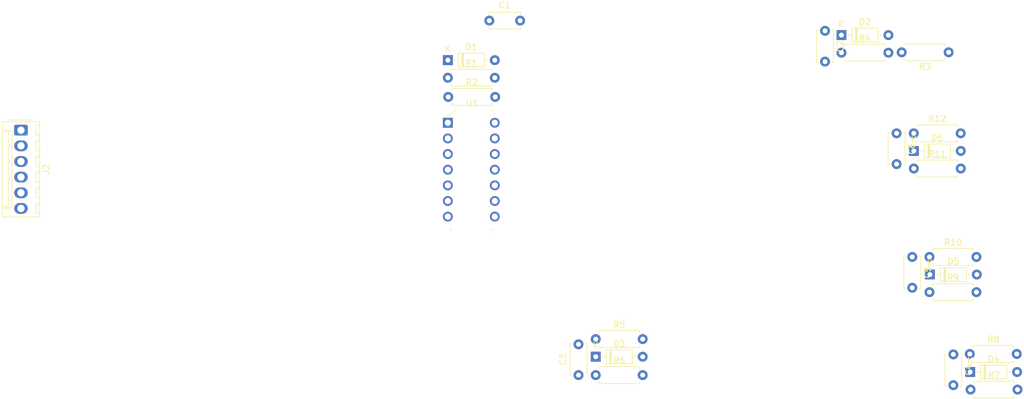
<source format=kicad_pcb>
(kicad_pcb (version 20171130) (host pcbnew 5.1.12-1.fc35)

  (general
    (thickness 1.6)
    (drawings 0)
    (tracks 0)
    (zones 0)
    (modules 26)
    (nets 21)
  )

  (page A4)
  (layers
    (0 F.Cu signal)
    (31 B.Cu signal)
    (32 B.Adhes user)
    (33 F.Adhes user)
    (34 B.Paste user)
    (35 F.Paste user)
    (36 B.SilkS user)
    (37 F.SilkS user)
    (38 B.Mask user)
    (39 F.Mask user)
    (40 Dwgs.User user)
    (41 Cmts.User user)
    (42 Eco1.User user)
    (43 Eco2.User user)
    (44 Edge.Cuts user)
    (45 Margin user)
    (46 B.CrtYd user)
    (47 F.CrtYd user)
    (48 B.Fab user)
    (49 F.Fab user hide)
  )

  (setup
    (last_trace_width 0.25)
    (trace_clearance 0.2)
    (zone_clearance 0.508)
    (zone_45_only no)
    (trace_min 0.2)
    (via_size 0.8)
    (via_drill 0.4)
    (via_min_size 0.4)
    (via_min_drill 0.3)
    (uvia_size 0.3)
    (uvia_drill 0.1)
    (uvias_allowed no)
    (uvia_min_size 0.2)
    (uvia_min_drill 0.1)
    (edge_width 0.05)
    (segment_width 0.2)
    (pcb_text_width 0.3)
    (pcb_text_size 1.5 1.5)
    (mod_edge_width 0.12)
    (mod_text_size 1 1)
    (mod_text_width 0.15)
    (pad_size 1.524 1.524)
    (pad_drill 0.762)
    (pad_to_mask_clearance 0)
    (aux_axis_origin 0 0)
    (visible_elements FFFFFF7F)
    (pcbplotparams
      (layerselection 0x010fc_ffffffff)
      (usegerberextensions false)
      (usegerberattributes true)
      (usegerberadvancedattributes true)
      (creategerberjobfile true)
      (excludeedgelayer true)
      (linewidth 0.100000)
      (plotframeref false)
      (viasonmask false)
      (mode 1)
      (useauxorigin false)
      (hpglpennumber 1)
      (hpglpenspeed 20)
      (hpglpendiameter 15.000000)
      (psnegative false)
      (psa4output false)
      (plotreference true)
      (plotvalue true)
      (plotinvisibletext false)
      (padsonsilk false)
      (subtractmaskfromsilk false)
      (outputformat 1)
      (mirror false)
      (drillshape 1)
      (scaleselection 1)
      (outputdirectory ""))
  )

  (net 0 "")
  (net 1 Trig_1)
  (net 2 GND)
  (net 3 Trig_2)
  (net 4 Trig_3)
  (net 5 Trig_4)
  (net 6 Trig_5)
  (net 7 Trig_6)
  (net 8 Sig_1)
  (net 9 Sig_2)
  (net 10 Sig_3)
  (net 11 Sig_4)
  (net 12 Sig_5)
  (net 13 Sig_6)
  (net 14 "Net-(J1-Pad1)")
  (net 15 "Net-(J3-Pad6)")
  (net 16 "Net-(J3-Pad5)")
  (net 17 "Net-(J3-Pad4)")
  (net 18 "Net-(J3-Pad3)")
  (net 19 "Net-(J3-Pad2)")
  (net 20 "Net-(J3-Pad1)")

  (net_class Default "This is the default net class."
    (clearance 0.2)
    (trace_width 0.25)
    (via_dia 0.8)
    (via_drill 0.4)
    (uvia_dia 0.3)
    (uvia_drill 0.1)
    (add_net GND)
    (add_net "Net-(J1-Pad1)")
    (add_net "Net-(J3-Pad1)")
    (add_net "Net-(J3-Pad2)")
    (add_net "Net-(J3-Pad3)")
    (add_net "Net-(J3-Pad4)")
    (add_net "Net-(J3-Pad5)")
    (add_net "Net-(J3-Pad6)")
    (add_net Sig_1)
    (add_net Sig_2)
    (add_net Sig_3)
    (add_net Sig_4)
    (add_net Sig_5)
    (add_net Sig_6)
    (add_net Trig_1)
    (add_net Trig_2)
    (add_net Trig_3)
    (add_net Trig_4)
    (add_net Trig_5)
    (add_net Trig_6)
  )

  (module Capacitor_THT:C_Disc_D5.0mm_W2.5mm_P5.00mm (layer F.Cu) (tedit 5AE50EF0) (tstamp 619D7C1F)
    (at 99.6315 56.134)
    (descr "C, Disc series, Radial, pin pitch=5.00mm, , diameter*width=5*2.5mm^2, Capacitor, http://cdn-reichelt.de/documents/datenblatt/B300/DS_KERKO_TC.pdf")
    (tags "C Disc series Radial pin pitch 5.00mm  diameter 5mm width 2.5mm Capacitor")
    (path /619D2E8F)
    (fp_text reference C1 (at 2.5 -2.5) (layer F.SilkS)
      (effects (font (size 1 1) (thickness 0.15)))
    )
    (fp_text value 100nF (at 2.5 2.5) (layer F.Fab)
      (effects (font (size 1 1) (thickness 0.15)))
    )
    (fp_line (start 6.05 -1.5) (end -1.05 -1.5) (layer F.CrtYd) (width 0.05))
    (fp_line (start 6.05 1.5) (end 6.05 -1.5) (layer F.CrtYd) (width 0.05))
    (fp_line (start -1.05 1.5) (end 6.05 1.5) (layer F.CrtYd) (width 0.05))
    (fp_line (start -1.05 -1.5) (end -1.05 1.5) (layer F.CrtYd) (width 0.05))
    (fp_line (start 5.12 1.055) (end 5.12 1.37) (layer F.SilkS) (width 0.12))
    (fp_line (start 5.12 -1.37) (end 5.12 -1.055) (layer F.SilkS) (width 0.12))
    (fp_line (start -0.12 1.055) (end -0.12 1.37) (layer F.SilkS) (width 0.12))
    (fp_line (start -0.12 -1.37) (end -0.12 -1.055) (layer F.SilkS) (width 0.12))
    (fp_line (start -0.12 1.37) (end 5.12 1.37) (layer F.SilkS) (width 0.12))
    (fp_line (start -0.12 -1.37) (end 5.12 -1.37) (layer F.SilkS) (width 0.12))
    (fp_line (start 5 -1.25) (end 0 -1.25) (layer F.Fab) (width 0.1))
    (fp_line (start 5 1.25) (end 5 -1.25) (layer F.Fab) (width 0.1))
    (fp_line (start 0 1.25) (end 5 1.25) (layer F.Fab) (width 0.1))
    (fp_line (start 0 -1.25) (end 0 1.25) (layer F.Fab) (width 0.1))
    (fp_text user %R (at 2.5 0) (layer F.Fab)
      (effects (font (size 1 1) (thickness 0.15)))
    )
    (pad 1 thru_hole circle (at 0 0) (size 1.6 1.6) (drill 0.8) (layers *.Cu *.Mask)
      (net 1 Trig_1))
    (pad 2 thru_hole circle (at 5 0) (size 1.6 1.6) (drill 0.8) (layers *.Cu *.Mask)
      (net 2 GND))
    (model ${KISYS3DMOD}/Capacitor_THT.3dshapes/C_Disc_D5.0mm_W2.5mm_P5.00mm.wrl
      (at (xyz 0 0 0))
      (scale (xyz 1 1 1))
      (rotate (xyz 0 0 0))
    )
  )

  (module Capacitor_THT:C_Disc_D5.0mm_W2.5mm_P5.00mm (layer F.Cu) (tedit 5AE50EF0) (tstamp 619D7C34)
    (at 154.1145 57.785 270)
    (descr "C, Disc series, Radial, pin pitch=5.00mm, , diameter*width=5*2.5mm^2, Capacitor, http://cdn-reichelt.de/documents/datenblatt/B300/DS_KERKO_TC.pdf")
    (tags "C Disc series Radial pin pitch 5.00mm  diameter 5mm width 2.5mm Capacitor")
    (path /619FE161)
    (fp_text reference C2 (at 2.5 -2.5 90) (layer F.SilkS)
      (effects (font (size 1 1) (thickness 0.15)))
    )
    (fp_text value 100nF (at 2.5 2.5 90) (layer F.Fab)
      (effects (font (size 1 1) (thickness 0.15)))
    )
    (fp_text user %R (at 2.5 0 90) (layer F.Fab)
      (effects (font (size 1 1) (thickness 0.15)))
    )
    (fp_line (start 0 -1.25) (end 0 1.25) (layer F.Fab) (width 0.1))
    (fp_line (start 0 1.25) (end 5 1.25) (layer F.Fab) (width 0.1))
    (fp_line (start 5 1.25) (end 5 -1.25) (layer F.Fab) (width 0.1))
    (fp_line (start 5 -1.25) (end 0 -1.25) (layer F.Fab) (width 0.1))
    (fp_line (start -0.12 -1.37) (end 5.12 -1.37) (layer F.SilkS) (width 0.12))
    (fp_line (start -0.12 1.37) (end 5.12 1.37) (layer F.SilkS) (width 0.12))
    (fp_line (start -0.12 -1.37) (end -0.12 -1.055) (layer F.SilkS) (width 0.12))
    (fp_line (start -0.12 1.055) (end -0.12 1.37) (layer F.SilkS) (width 0.12))
    (fp_line (start 5.12 -1.37) (end 5.12 -1.055) (layer F.SilkS) (width 0.12))
    (fp_line (start 5.12 1.055) (end 5.12 1.37) (layer F.SilkS) (width 0.12))
    (fp_line (start -1.05 -1.5) (end -1.05 1.5) (layer F.CrtYd) (width 0.05))
    (fp_line (start -1.05 1.5) (end 6.05 1.5) (layer F.CrtYd) (width 0.05))
    (fp_line (start 6.05 1.5) (end 6.05 -1.5) (layer F.CrtYd) (width 0.05))
    (fp_line (start 6.05 -1.5) (end -1.05 -1.5) (layer F.CrtYd) (width 0.05))
    (pad 2 thru_hole circle (at 5 0 270) (size 1.6 1.6) (drill 0.8) (layers *.Cu *.Mask)
      (net 2 GND))
    (pad 1 thru_hole circle (at 0 0 270) (size 1.6 1.6) (drill 0.8) (layers *.Cu *.Mask)
      (net 3 Trig_2))
    (model ${KISYS3DMOD}/Capacitor_THT.3dshapes/C_Disc_D5.0mm_W2.5mm_P5.00mm.wrl
      (at (xyz 0 0 0))
      (scale (xyz 1 1 1))
      (rotate (xyz 0 0 0))
    )
  )

  (module Capacitor_THT:C_Disc_D5.0mm_W2.5mm_P5.00mm (layer F.Cu) (tedit 5AE50EF0) (tstamp 619D7C49)
    (at 114.1095 113.665 90)
    (descr "C, Disc series, Radial, pin pitch=5.00mm, , diameter*width=5*2.5mm^2, Capacitor, http://cdn-reichelt.de/documents/datenblatt/B300/DS_KERKO_TC.pdf")
    (tags "C Disc series Radial pin pitch 5.00mm  diameter 5mm width 2.5mm Capacitor")
    (path /61A01A4F)
    (fp_text reference C3 (at 2.5 -2.5 90) (layer F.SilkS)
      (effects (font (size 1 1) (thickness 0.15)))
    )
    (fp_text value 100nF (at 2.5 2.5 90) (layer F.Fab)
      (effects (font (size 1 1) (thickness 0.15)))
    )
    (fp_line (start 6.05 -1.5) (end -1.05 -1.5) (layer F.CrtYd) (width 0.05))
    (fp_line (start 6.05 1.5) (end 6.05 -1.5) (layer F.CrtYd) (width 0.05))
    (fp_line (start -1.05 1.5) (end 6.05 1.5) (layer F.CrtYd) (width 0.05))
    (fp_line (start -1.05 -1.5) (end -1.05 1.5) (layer F.CrtYd) (width 0.05))
    (fp_line (start 5.12 1.055) (end 5.12 1.37) (layer F.SilkS) (width 0.12))
    (fp_line (start 5.12 -1.37) (end 5.12 -1.055) (layer F.SilkS) (width 0.12))
    (fp_line (start -0.12 1.055) (end -0.12 1.37) (layer F.SilkS) (width 0.12))
    (fp_line (start -0.12 -1.37) (end -0.12 -1.055) (layer F.SilkS) (width 0.12))
    (fp_line (start -0.12 1.37) (end 5.12 1.37) (layer F.SilkS) (width 0.12))
    (fp_line (start -0.12 -1.37) (end 5.12 -1.37) (layer F.SilkS) (width 0.12))
    (fp_line (start 5 -1.25) (end 0 -1.25) (layer F.Fab) (width 0.1))
    (fp_line (start 5 1.25) (end 5 -1.25) (layer F.Fab) (width 0.1))
    (fp_line (start 0 1.25) (end 5 1.25) (layer F.Fab) (width 0.1))
    (fp_line (start 0 -1.25) (end 0 1.25) (layer F.Fab) (width 0.1))
    (fp_text user %R (at 2.5 0 90) (layer F.Fab)
      (effects (font (size 1 1) (thickness 0.15)))
    )
    (pad 1 thru_hole circle (at 0 0 90) (size 1.6 1.6) (drill 0.8) (layers *.Cu *.Mask)
      (net 4 Trig_3))
    (pad 2 thru_hole circle (at 5 0 90) (size 1.6 1.6) (drill 0.8) (layers *.Cu *.Mask)
      (net 2 GND))
    (model ${KISYS3DMOD}/Capacitor_THT.3dshapes/C_Disc_D5.0mm_W2.5mm_P5.00mm.wrl
      (at (xyz 0 0 0))
      (scale (xyz 1 1 1))
      (rotate (xyz 0 0 0))
    )
  )

  (module Capacitor_THT:C_Disc_D5.0mm_W2.5mm_P5.00mm (layer F.Cu) (tedit 5AE50EF0) (tstamp 619D7C5E)
    (at 174.9425 110.2995 270)
    (descr "C, Disc series, Radial, pin pitch=5.00mm, , diameter*width=5*2.5mm^2, Capacitor, http://cdn-reichelt.de/documents/datenblatt/B300/DS_KERKO_TC.pdf")
    (tags "C Disc series Radial pin pitch 5.00mm  diameter 5mm width 2.5mm Capacitor")
    (path /61A038AB)
    (fp_text reference C4 (at 2.5 -2.5 90) (layer F.SilkS)
      (effects (font (size 1 1) (thickness 0.15)))
    )
    (fp_text value 100nF (at 2.5 2.5 90) (layer F.Fab)
      (effects (font (size 1 1) (thickness 0.15)))
    )
    (fp_text user %R (at 2.5 0 90) (layer F.Fab)
      (effects (font (size 1 1) (thickness 0.15)))
    )
    (fp_line (start 0 -1.25) (end 0 1.25) (layer F.Fab) (width 0.1))
    (fp_line (start 0 1.25) (end 5 1.25) (layer F.Fab) (width 0.1))
    (fp_line (start 5 1.25) (end 5 -1.25) (layer F.Fab) (width 0.1))
    (fp_line (start 5 -1.25) (end 0 -1.25) (layer F.Fab) (width 0.1))
    (fp_line (start -0.12 -1.37) (end 5.12 -1.37) (layer F.SilkS) (width 0.12))
    (fp_line (start -0.12 1.37) (end 5.12 1.37) (layer F.SilkS) (width 0.12))
    (fp_line (start -0.12 -1.37) (end -0.12 -1.055) (layer F.SilkS) (width 0.12))
    (fp_line (start -0.12 1.055) (end -0.12 1.37) (layer F.SilkS) (width 0.12))
    (fp_line (start 5.12 -1.37) (end 5.12 -1.055) (layer F.SilkS) (width 0.12))
    (fp_line (start 5.12 1.055) (end 5.12 1.37) (layer F.SilkS) (width 0.12))
    (fp_line (start -1.05 -1.5) (end -1.05 1.5) (layer F.CrtYd) (width 0.05))
    (fp_line (start -1.05 1.5) (end 6.05 1.5) (layer F.CrtYd) (width 0.05))
    (fp_line (start 6.05 1.5) (end 6.05 -1.5) (layer F.CrtYd) (width 0.05))
    (fp_line (start 6.05 -1.5) (end -1.05 -1.5) (layer F.CrtYd) (width 0.05))
    (pad 2 thru_hole circle (at 5 0 270) (size 1.6 1.6) (drill 0.8) (layers *.Cu *.Mask)
      (net 2 GND))
    (pad 1 thru_hole circle (at 0 0 270) (size 1.6 1.6) (drill 0.8) (layers *.Cu *.Mask)
      (net 5 Trig_4))
    (model ${KISYS3DMOD}/Capacitor_THT.3dshapes/C_Disc_D5.0mm_W2.5mm_P5.00mm.wrl
      (at (xyz 0 0 0))
      (scale (xyz 1 1 1))
      (rotate (xyz 0 0 0))
    )
  )

  (module Capacitor_THT:C_Disc_D5.0mm_W2.5mm_P5.00mm (layer F.Cu) (tedit 5AE50EF0) (tstamp 619D7C73)
    (at 168.275 94.488 270)
    (descr "C, Disc series, Radial, pin pitch=5.00mm, , diameter*width=5*2.5mm^2, Capacitor, http://cdn-reichelt.de/documents/datenblatt/B300/DS_KERKO_TC.pdf")
    (tags "C Disc series Radial pin pitch 5.00mm  diameter 5mm width 2.5mm Capacitor")
    (path /61A05E3A)
    (fp_text reference C5 (at 2.5 -2.5 90) (layer F.SilkS)
      (effects (font (size 1 1) (thickness 0.15)))
    )
    (fp_text value 100nF (at 2.5 2.5 90) (layer F.Fab)
      (effects (font (size 1 1) (thickness 0.15)))
    )
    (fp_line (start 6.05 -1.5) (end -1.05 -1.5) (layer F.CrtYd) (width 0.05))
    (fp_line (start 6.05 1.5) (end 6.05 -1.5) (layer F.CrtYd) (width 0.05))
    (fp_line (start -1.05 1.5) (end 6.05 1.5) (layer F.CrtYd) (width 0.05))
    (fp_line (start -1.05 -1.5) (end -1.05 1.5) (layer F.CrtYd) (width 0.05))
    (fp_line (start 5.12 1.055) (end 5.12 1.37) (layer F.SilkS) (width 0.12))
    (fp_line (start 5.12 -1.37) (end 5.12 -1.055) (layer F.SilkS) (width 0.12))
    (fp_line (start -0.12 1.055) (end -0.12 1.37) (layer F.SilkS) (width 0.12))
    (fp_line (start -0.12 -1.37) (end -0.12 -1.055) (layer F.SilkS) (width 0.12))
    (fp_line (start -0.12 1.37) (end 5.12 1.37) (layer F.SilkS) (width 0.12))
    (fp_line (start -0.12 -1.37) (end 5.12 -1.37) (layer F.SilkS) (width 0.12))
    (fp_line (start 5 -1.25) (end 0 -1.25) (layer F.Fab) (width 0.1))
    (fp_line (start 5 1.25) (end 5 -1.25) (layer F.Fab) (width 0.1))
    (fp_line (start 0 1.25) (end 5 1.25) (layer F.Fab) (width 0.1))
    (fp_line (start 0 -1.25) (end 0 1.25) (layer F.Fab) (width 0.1))
    (fp_text user %R (at 2.5 0 90) (layer F.Fab)
      (effects (font (size 1 1) (thickness 0.15)))
    )
    (pad 1 thru_hole circle (at 0 0 270) (size 1.6 1.6) (drill 0.8) (layers *.Cu *.Mask)
      (net 6 Trig_5))
    (pad 2 thru_hole circle (at 5 0 270) (size 1.6 1.6) (drill 0.8) (layers *.Cu *.Mask)
      (net 2 GND))
    (model ${KISYS3DMOD}/Capacitor_THT.3dshapes/C_Disc_D5.0mm_W2.5mm_P5.00mm.wrl
      (at (xyz 0 0 0))
      (scale (xyz 1 1 1))
      (rotate (xyz 0 0 0))
    )
  )

  (module Capacitor_THT:C_Disc_D5.0mm_W2.5mm_P5.00mm (layer F.Cu) (tedit 5AE50EF0) (tstamp 619D7C88)
    (at 165.735 74.422 270)
    (descr "C, Disc series, Radial, pin pitch=5.00mm, , diameter*width=5*2.5mm^2, Capacitor, http://cdn-reichelt.de/documents/datenblatt/B300/DS_KERKO_TC.pdf")
    (tags "C Disc series Radial pin pitch 5.00mm  diameter 5mm width 2.5mm Capacitor")
    (path /61A0850F)
    (fp_text reference C6 (at 2.5 -2.5 90) (layer F.SilkS)
      (effects (font (size 1 1) (thickness 0.15)))
    )
    (fp_text value 100nF (at 2.5 2.5 90) (layer F.Fab)
      (effects (font (size 1 1) (thickness 0.15)))
    )
    (fp_text user %R (at 2.5 0 90) (layer F.Fab)
      (effects (font (size 1 1) (thickness 0.15)))
    )
    (fp_line (start 0 -1.25) (end 0 1.25) (layer F.Fab) (width 0.1))
    (fp_line (start 0 1.25) (end 5 1.25) (layer F.Fab) (width 0.1))
    (fp_line (start 5 1.25) (end 5 -1.25) (layer F.Fab) (width 0.1))
    (fp_line (start 5 -1.25) (end 0 -1.25) (layer F.Fab) (width 0.1))
    (fp_line (start -0.12 -1.37) (end 5.12 -1.37) (layer F.SilkS) (width 0.12))
    (fp_line (start -0.12 1.37) (end 5.12 1.37) (layer F.SilkS) (width 0.12))
    (fp_line (start -0.12 -1.37) (end -0.12 -1.055) (layer F.SilkS) (width 0.12))
    (fp_line (start -0.12 1.055) (end -0.12 1.37) (layer F.SilkS) (width 0.12))
    (fp_line (start 5.12 -1.37) (end 5.12 -1.055) (layer F.SilkS) (width 0.12))
    (fp_line (start 5.12 1.055) (end 5.12 1.37) (layer F.SilkS) (width 0.12))
    (fp_line (start -1.05 -1.5) (end -1.05 1.5) (layer F.CrtYd) (width 0.05))
    (fp_line (start -1.05 1.5) (end 6.05 1.5) (layer F.CrtYd) (width 0.05))
    (fp_line (start 6.05 1.5) (end 6.05 -1.5) (layer F.CrtYd) (width 0.05))
    (fp_line (start 6.05 -1.5) (end -1.05 -1.5) (layer F.CrtYd) (width 0.05))
    (pad 2 thru_hole circle (at 5 0 270) (size 1.6 1.6) (drill 0.8) (layers *.Cu *.Mask)
      (net 2 GND))
    (pad 1 thru_hole circle (at 0 0 270) (size 1.6 1.6) (drill 0.8) (layers *.Cu *.Mask)
      (net 7 Trig_6))
    (model ${KISYS3DMOD}/Capacitor_THT.3dshapes/C_Disc_D5.0mm_W2.5mm_P5.00mm.wrl
      (at (xyz 0 0 0))
      (scale (xyz 1 1 1))
      (rotate (xyz 0 0 0))
    )
  )

  (module Diode_THT:D_DO-35_SOD27_P7.62mm_Horizontal (layer F.Cu) (tedit 5AE50CD5) (tstamp 619D90E1)
    (at 92.9005 62.5475)
    (descr "Diode, DO-35_SOD27 series, Axial, Horizontal, pin pitch=7.62mm, , length*diameter=4*2mm^2, , http://www.diodes.com/_files/packages/DO-35.pdf")
    (tags "Diode DO-35_SOD27 series Axial Horizontal pin pitch 7.62mm  length 4mm diameter 2mm")
    (path /619D2140)
    (fp_text reference D1 (at 3.81 -2.12) (layer F.SilkS)
      (effects (font (size 1 1) (thickness 0.15)))
    )
    (fp_text value 1N4148 (at 3.81 2.12) (layer F.Fab)
      (effects (font (size 1 1) (thickness 0.15)))
    )
    (fp_line (start 8.67 -1.25) (end -1.05 -1.25) (layer F.CrtYd) (width 0.05))
    (fp_line (start 8.67 1.25) (end 8.67 -1.25) (layer F.CrtYd) (width 0.05))
    (fp_line (start -1.05 1.25) (end 8.67 1.25) (layer F.CrtYd) (width 0.05))
    (fp_line (start -1.05 -1.25) (end -1.05 1.25) (layer F.CrtYd) (width 0.05))
    (fp_line (start 2.29 -1.12) (end 2.29 1.12) (layer F.SilkS) (width 0.12))
    (fp_line (start 2.53 -1.12) (end 2.53 1.12) (layer F.SilkS) (width 0.12))
    (fp_line (start 2.41 -1.12) (end 2.41 1.12) (layer F.SilkS) (width 0.12))
    (fp_line (start 6.58 0) (end 5.93 0) (layer F.SilkS) (width 0.12))
    (fp_line (start 1.04 0) (end 1.69 0) (layer F.SilkS) (width 0.12))
    (fp_line (start 5.93 -1.12) (end 1.69 -1.12) (layer F.SilkS) (width 0.12))
    (fp_line (start 5.93 1.12) (end 5.93 -1.12) (layer F.SilkS) (width 0.12))
    (fp_line (start 1.69 1.12) (end 5.93 1.12) (layer F.SilkS) (width 0.12))
    (fp_line (start 1.69 -1.12) (end 1.69 1.12) (layer F.SilkS) (width 0.12))
    (fp_line (start 2.31 -1) (end 2.31 1) (layer F.Fab) (width 0.1))
    (fp_line (start 2.51 -1) (end 2.51 1) (layer F.Fab) (width 0.1))
    (fp_line (start 2.41 -1) (end 2.41 1) (layer F.Fab) (width 0.1))
    (fp_line (start 7.62 0) (end 5.81 0) (layer F.Fab) (width 0.1))
    (fp_line (start 0 0) (end 1.81 0) (layer F.Fab) (width 0.1))
    (fp_line (start 5.81 -1) (end 1.81 -1) (layer F.Fab) (width 0.1))
    (fp_line (start 5.81 1) (end 5.81 -1) (layer F.Fab) (width 0.1))
    (fp_line (start 1.81 1) (end 5.81 1) (layer F.Fab) (width 0.1))
    (fp_line (start 1.81 -1) (end 1.81 1) (layer F.Fab) (width 0.1))
    (fp_text user %R (at 4.11 0) (layer F.Fab)
      (effects (font (size 0.8 0.8) (thickness 0.12)))
    )
    (fp_text user K (at 0 -1.8) (layer F.Fab)
      (effects (font (size 1 1) (thickness 0.15)))
    )
    (fp_text user K (at 0 -1.8) (layer F.SilkS)
      (effects (font (size 1 1) (thickness 0.15)))
    )
    (pad 1 thru_hole rect (at 0 0) (size 1.6 1.6) (drill 0.8) (layers *.Cu *.Mask)
      (net 1 Trig_1))
    (pad 2 thru_hole oval (at 7.62 0) (size 1.6 1.6) (drill 0.8) (layers *.Cu *.Mask)
      (net 8 Sig_1))
    (model ${KISYS3DMOD}/Diode_THT.3dshapes/D_DO-35_SOD27_P7.62mm_Horizontal.wrl
      (at (xyz 0 0 0))
      (scale (xyz 1 1 1))
      (rotate (xyz 0 0 0))
    )
  )

  (module Diode_THT:D_DO-35_SOD27_P7.62mm_Horizontal (layer F.Cu) (tedit 5AE50CD5) (tstamp 619D7CC6)
    (at 156.7815 58.4835)
    (descr "Diode, DO-35_SOD27 series, Axial, Horizontal, pin pitch=7.62mm, , length*diameter=4*2mm^2, , http://www.diodes.com/_files/packages/DO-35.pdf")
    (tags "Diode DO-35_SOD27 series Axial Horizontal pin pitch 7.62mm  length 4mm diameter 2mm")
    (path /619FE15B)
    (fp_text reference D2 (at 3.81 -2.12) (layer F.SilkS)
      (effects (font (size 1 1) (thickness 0.15)))
    )
    (fp_text value 1N4148 (at 3.81 2.12) (layer F.Fab)
      (effects (font (size 1 1) (thickness 0.15)))
    )
    (fp_text user K (at 0 -1.8) (layer F.SilkS)
      (effects (font (size 1 1) (thickness 0.15)))
    )
    (fp_text user K (at 0 -1.8) (layer F.Fab)
      (effects (font (size 1 1) (thickness 0.15)))
    )
    (fp_text user %R (at 4.11 0) (layer F.Fab)
      (effects (font (size 0.8 0.8) (thickness 0.12)))
    )
    (fp_line (start 1.81 -1) (end 1.81 1) (layer F.Fab) (width 0.1))
    (fp_line (start 1.81 1) (end 5.81 1) (layer F.Fab) (width 0.1))
    (fp_line (start 5.81 1) (end 5.81 -1) (layer F.Fab) (width 0.1))
    (fp_line (start 5.81 -1) (end 1.81 -1) (layer F.Fab) (width 0.1))
    (fp_line (start 0 0) (end 1.81 0) (layer F.Fab) (width 0.1))
    (fp_line (start 7.62 0) (end 5.81 0) (layer F.Fab) (width 0.1))
    (fp_line (start 2.41 -1) (end 2.41 1) (layer F.Fab) (width 0.1))
    (fp_line (start 2.51 -1) (end 2.51 1) (layer F.Fab) (width 0.1))
    (fp_line (start 2.31 -1) (end 2.31 1) (layer F.Fab) (width 0.1))
    (fp_line (start 1.69 -1.12) (end 1.69 1.12) (layer F.SilkS) (width 0.12))
    (fp_line (start 1.69 1.12) (end 5.93 1.12) (layer F.SilkS) (width 0.12))
    (fp_line (start 5.93 1.12) (end 5.93 -1.12) (layer F.SilkS) (width 0.12))
    (fp_line (start 5.93 -1.12) (end 1.69 -1.12) (layer F.SilkS) (width 0.12))
    (fp_line (start 1.04 0) (end 1.69 0) (layer F.SilkS) (width 0.12))
    (fp_line (start 6.58 0) (end 5.93 0) (layer F.SilkS) (width 0.12))
    (fp_line (start 2.41 -1.12) (end 2.41 1.12) (layer F.SilkS) (width 0.12))
    (fp_line (start 2.53 -1.12) (end 2.53 1.12) (layer F.SilkS) (width 0.12))
    (fp_line (start 2.29 -1.12) (end 2.29 1.12) (layer F.SilkS) (width 0.12))
    (fp_line (start -1.05 -1.25) (end -1.05 1.25) (layer F.CrtYd) (width 0.05))
    (fp_line (start -1.05 1.25) (end 8.67 1.25) (layer F.CrtYd) (width 0.05))
    (fp_line (start 8.67 1.25) (end 8.67 -1.25) (layer F.CrtYd) (width 0.05))
    (fp_line (start 8.67 -1.25) (end -1.05 -1.25) (layer F.CrtYd) (width 0.05))
    (pad 2 thru_hole oval (at 7.62 0) (size 1.6 1.6) (drill 0.8) (layers *.Cu *.Mask)
      (net 9 Sig_2))
    (pad 1 thru_hole rect (at 0 0) (size 1.6 1.6) (drill 0.8) (layers *.Cu *.Mask)
      (net 3 Trig_2))
    (model ${KISYS3DMOD}/Diode_THT.3dshapes/D_DO-35_SOD27_P7.62mm_Horizontal.wrl
      (at (xyz 0 0 0))
      (scale (xyz 1 1 1))
      (rotate (xyz 0 0 0))
    )
  )

  (module Diode_THT:D_DO-35_SOD27_P7.62mm_Horizontal (layer F.Cu) (tedit 5AE50CD5) (tstamp 619D7CE5)
    (at 116.9035 110.6805)
    (descr "Diode, DO-35_SOD27 series, Axial, Horizontal, pin pitch=7.62mm, , length*diameter=4*2mm^2, , http://www.diodes.com/_files/packages/DO-35.pdf")
    (tags "Diode DO-35_SOD27 series Axial Horizontal pin pitch 7.62mm  length 4mm diameter 2mm")
    (path /61A01A49)
    (fp_text reference D3 (at 3.81 -2.12) (layer F.SilkS)
      (effects (font (size 1 1) (thickness 0.15)))
    )
    (fp_text value 1N4148 (at 3.81 2.12) (layer F.Fab)
      (effects (font (size 1 1) (thickness 0.15)))
    )
    (fp_line (start 8.67 -1.25) (end -1.05 -1.25) (layer F.CrtYd) (width 0.05))
    (fp_line (start 8.67 1.25) (end 8.67 -1.25) (layer F.CrtYd) (width 0.05))
    (fp_line (start -1.05 1.25) (end 8.67 1.25) (layer F.CrtYd) (width 0.05))
    (fp_line (start -1.05 -1.25) (end -1.05 1.25) (layer F.CrtYd) (width 0.05))
    (fp_line (start 2.29 -1.12) (end 2.29 1.12) (layer F.SilkS) (width 0.12))
    (fp_line (start 2.53 -1.12) (end 2.53 1.12) (layer F.SilkS) (width 0.12))
    (fp_line (start 2.41 -1.12) (end 2.41 1.12) (layer F.SilkS) (width 0.12))
    (fp_line (start 6.58 0) (end 5.93 0) (layer F.SilkS) (width 0.12))
    (fp_line (start 1.04 0) (end 1.69 0) (layer F.SilkS) (width 0.12))
    (fp_line (start 5.93 -1.12) (end 1.69 -1.12) (layer F.SilkS) (width 0.12))
    (fp_line (start 5.93 1.12) (end 5.93 -1.12) (layer F.SilkS) (width 0.12))
    (fp_line (start 1.69 1.12) (end 5.93 1.12) (layer F.SilkS) (width 0.12))
    (fp_line (start 1.69 -1.12) (end 1.69 1.12) (layer F.SilkS) (width 0.12))
    (fp_line (start 2.31 -1) (end 2.31 1) (layer F.Fab) (width 0.1))
    (fp_line (start 2.51 -1) (end 2.51 1) (layer F.Fab) (width 0.1))
    (fp_line (start 2.41 -1) (end 2.41 1) (layer F.Fab) (width 0.1))
    (fp_line (start 7.62 0) (end 5.81 0) (layer F.Fab) (width 0.1))
    (fp_line (start 0 0) (end 1.81 0) (layer F.Fab) (width 0.1))
    (fp_line (start 5.81 -1) (end 1.81 -1) (layer F.Fab) (width 0.1))
    (fp_line (start 5.81 1) (end 5.81 -1) (layer F.Fab) (width 0.1))
    (fp_line (start 1.81 1) (end 5.81 1) (layer F.Fab) (width 0.1))
    (fp_line (start 1.81 -1) (end 1.81 1) (layer F.Fab) (width 0.1))
    (fp_text user %R (at 4.11 0) (layer F.Fab)
      (effects (font (size 0.8 0.8) (thickness 0.12)))
    )
    (fp_text user K (at 0 -1.8) (layer F.Fab)
      (effects (font (size 1 1) (thickness 0.15)))
    )
    (fp_text user K (at 0 -1.8) (layer F.SilkS)
      (effects (font (size 1 1) (thickness 0.15)))
    )
    (pad 1 thru_hole rect (at 0 0) (size 1.6 1.6) (drill 0.8) (layers *.Cu *.Mask)
      (net 4 Trig_3))
    (pad 2 thru_hole oval (at 7.62 0) (size 1.6 1.6) (drill 0.8) (layers *.Cu *.Mask)
      (net 10 Sig_3))
    (model ${KISYS3DMOD}/Diode_THT.3dshapes/D_DO-35_SOD27_P7.62mm_Horizontal.wrl
      (at (xyz 0 0 0))
      (scale (xyz 1 1 1))
      (rotate (xyz 0 0 0))
    )
  )

  (module Diode_THT:D_DO-35_SOD27_P7.62mm_Horizontal (layer F.Cu) (tedit 5AE50CD5) (tstamp 619D7D04)
    (at 177.673 113.157)
    (descr "Diode, DO-35_SOD27 series, Axial, Horizontal, pin pitch=7.62mm, , length*diameter=4*2mm^2, , http://www.diodes.com/_files/packages/DO-35.pdf")
    (tags "Diode DO-35_SOD27 series Axial Horizontal pin pitch 7.62mm  length 4mm diameter 2mm")
    (path /61A038A5)
    (fp_text reference D4 (at 3.81 -2.12) (layer F.SilkS)
      (effects (font (size 1 1) (thickness 0.15)))
    )
    (fp_text value 1N4148 (at 3.81 2.12) (layer F.Fab)
      (effects (font (size 1 1) (thickness 0.15)))
    )
    (fp_line (start 8.67 -1.25) (end -1.05 -1.25) (layer F.CrtYd) (width 0.05))
    (fp_line (start 8.67 1.25) (end 8.67 -1.25) (layer F.CrtYd) (width 0.05))
    (fp_line (start -1.05 1.25) (end 8.67 1.25) (layer F.CrtYd) (width 0.05))
    (fp_line (start -1.05 -1.25) (end -1.05 1.25) (layer F.CrtYd) (width 0.05))
    (fp_line (start 2.29 -1.12) (end 2.29 1.12) (layer F.SilkS) (width 0.12))
    (fp_line (start 2.53 -1.12) (end 2.53 1.12) (layer F.SilkS) (width 0.12))
    (fp_line (start 2.41 -1.12) (end 2.41 1.12) (layer F.SilkS) (width 0.12))
    (fp_line (start 6.58 0) (end 5.93 0) (layer F.SilkS) (width 0.12))
    (fp_line (start 1.04 0) (end 1.69 0) (layer F.SilkS) (width 0.12))
    (fp_line (start 5.93 -1.12) (end 1.69 -1.12) (layer F.SilkS) (width 0.12))
    (fp_line (start 5.93 1.12) (end 5.93 -1.12) (layer F.SilkS) (width 0.12))
    (fp_line (start 1.69 1.12) (end 5.93 1.12) (layer F.SilkS) (width 0.12))
    (fp_line (start 1.69 -1.12) (end 1.69 1.12) (layer F.SilkS) (width 0.12))
    (fp_line (start 2.31 -1) (end 2.31 1) (layer F.Fab) (width 0.1))
    (fp_line (start 2.51 -1) (end 2.51 1) (layer F.Fab) (width 0.1))
    (fp_line (start 2.41 -1) (end 2.41 1) (layer F.Fab) (width 0.1))
    (fp_line (start 7.62 0) (end 5.81 0) (layer F.Fab) (width 0.1))
    (fp_line (start 0 0) (end 1.81 0) (layer F.Fab) (width 0.1))
    (fp_line (start 5.81 -1) (end 1.81 -1) (layer F.Fab) (width 0.1))
    (fp_line (start 5.81 1) (end 5.81 -1) (layer F.Fab) (width 0.1))
    (fp_line (start 1.81 1) (end 5.81 1) (layer F.Fab) (width 0.1))
    (fp_line (start 1.81 -1) (end 1.81 1) (layer F.Fab) (width 0.1))
    (fp_text user %R (at 4.11 0) (layer F.Fab)
      (effects (font (size 0.8 0.8) (thickness 0.12)))
    )
    (fp_text user K (at 0 -1.8) (layer F.Fab)
      (effects (font (size 1 1) (thickness 0.15)))
    )
    (fp_text user K (at 0 -1.8) (layer F.SilkS)
      (effects (font (size 1 1) (thickness 0.15)))
    )
    (pad 1 thru_hole rect (at 0 0) (size 1.6 1.6) (drill 0.8) (layers *.Cu *.Mask)
      (net 5 Trig_4))
    (pad 2 thru_hole oval (at 7.62 0) (size 1.6 1.6) (drill 0.8) (layers *.Cu *.Mask)
      (net 11 Sig_4))
    (model ${KISYS3DMOD}/Diode_THT.3dshapes/D_DO-35_SOD27_P7.62mm_Horizontal.wrl
      (at (xyz 0 0 0))
      (scale (xyz 1 1 1))
      (rotate (xyz 0 0 0))
    )
  )

  (module Diode_THT:D_DO-35_SOD27_P7.62mm_Horizontal (layer F.Cu) (tedit 5AE50CD5) (tstamp 619D7D23)
    (at 171.1325 97.3455)
    (descr "Diode, DO-35_SOD27 series, Axial, Horizontal, pin pitch=7.62mm, , length*diameter=4*2mm^2, , http://www.diodes.com/_files/packages/DO-35.pdf")
    (tags "Diode DO-35_SOD27 series Axial Horizontal pin pitch 7.62mm  length 4mm diameter 2mm")
    (path /61A05E34)
    (fp_text reference D5 (at 3.81 -2.12) (layer F.SilkS)
      (effects (font (size 1 1) (thickness 0.15)))
    )
    (fp_text value 1N4148 (at 3.81 2.12) (layer F.Fab)
      (effects (font (size 1 1) (thickness 0.15)))
    )
    (fp_text user K (at 0 -1.8) (layer F.SilkS)
      (effects (font (size 1 1) (thickness 0.15)))
    )
    (fp_text user K (at 0 -1.8) (layer F.Fab)
      (effects (font (size 1 1) (thickness 0.15)))
    )
    (fp_text user %R (at 4.11 0) (layer F.Fab)
      (effects (font (size 0.8 0.8) (thickness 0.12)))
    )
    (fp_line (start 1.81 -1) (end 1.81 1) (layer F.Fab) (width 0.1))
    (fp_line (start 1.81 1) (end 5.81 1) (layer F.Fab) (width 0.1))
    (fp_line (start 5.81 1) (end 5.81 -1) (layer F.Fab) (width 0.1))
    (fp_line (start 5.81 -1) (end 1.81 -1) (layer F.Fab) (width 0.1))
    (fp_line (start 0 0) (end 1.81 0) (layer F.Fab) (width 0.1))
    (fp_line (start 7.62 0) (end 5.81 0) (layer F.Fab) (width 0.1))
    (fp_line (start 2.41 -1) (end 2.41 1) (layer F.Fab) (width 0.1))
    (fp_line (start 2.51 -1) (end 2.51 1) (layer F.Fab) (width 0.1))
    (fp_line (start 2.31 -1) (end 2.31 1) (layer F.Fab) (width 0.1))
    (fp_line (start 1.69 -1.12) (end 1.69 1.12) (layer F.SilkS) (width 0.12))
    (fp_line (start 1.69 1.12) (end 5.93 1.12) (layer F.SilkS) (width 0.12))
    (fp_line (start 5.93 1.12) (end 5.93 -1.12) (layer F.SilkS) (width 0.12))
    (fp_line (start 5.93 -1.12) (end 1.69 -1.12) (layer F.SilkS) (width 0.12))
    (fp_line (start 1.04 0) (end 1.69 0) (layer F.SilkS) (width 0.12))
    (fp_line (start 6.58 0) (end 5.93 0) (layer F.SilkS) (width 0.12))
    (fp_line (start 2.41 -1.12) (end 2.41 1.12) (layer F.SilkS) (width 0.12))
    (fp_line (start 2.53 -1.12) (end 2.53 1.12) (layer F.SilkS) (width 0.12))
    (fp_line (start 2.29 -1.12) (end 2.29 1.12) (layer F.SilkS) (width 0.12))
    (fp_line (start -1.05 -1.25) (end -1.05 1.25) (layer F.CrtYd) (width 0.05))
    (fp_line (start -1.05 1.25) (end 8.67 1.25) (layer F.CrtYd) (width 0.05))
    (fp_line (start 8.67 1.25) (end 8.67 -1.25) (layer F.CrtYd) (width 0.05))
    (fp_line (start 8.67 -1.25) (end -1.05 -1.25) (layer F.CrtYd) (width 0.05))
    (pad 2 thru_hole oval (at 7.62 0) (size 1.6 1.6) (drill 0.8) (layers *.Cu *.Mask)
      (net 12 Sig_5))
    (pad 1 thru_hole rect (at 0 0) (size 1.6 1.6) (drill 0.8) (layers *.Cu *.Mask)
      (net 6 Trig_5))
    (model ${KISYS3DMOD}/Diode_THT.3dshapes/D_DO-35_SOD27_P7.62mm_Horizontal.wrl
      (at (xyz 0 0 0))
      (scale (xyz 1 1 1))
      (rotate (xyz 0 0 0))
    )
  )

  (module Diode_THT:D_DO-35_SOD27_P7.62mm_Horizontal (layer F.Cu) (tedit 5AE50CD5) (tstamp 619D7D42)
    (at 168.529 77.2795)
    (descr "Diode, DO-35_SOD27 series, Axial, Horizontal, pin pitch=7.62mm, , length*diameter=4*2mm^2, , http://www.diodes.com/_files/packages/DO-35.pdf")
    (tags "Diode DO-35_SOD27 series Axial Horizontal pin pitch 7.62mm  length 4mm diameter 2mm")
    (path /61A08509)
    (fp_text reference D6 (at 3.81 -2.12) (layer F.SilkS)
      (effects (font (size 1 1) (thickness 0.15)))
    )
    (fp_text value 1N4148 (at 3.81 2.12) (layer F.Fab)
      (effects (font (size 1 1) (thickness 0.15)))
    )
    (fp_text user K (at 0 -1.8) (layer F.SilkS)
      (effects (font (size 1 1) (thickness 0.15)))
    )
    (fp_text user K (at 0 -1.8) (layer F.Fab)
      (effects (font (size 1 1) (thickness 0.15)))
    )
    (fp_text user %R (at 4.11 0) (layer F.Fab)
      (effects (font (size 0.8 0.8) (thickness 0.12)))
    )
    (fp_line (start 1.81 -1) (end 1.81 1) (layer F.Fab) (width 0.1))
    (fp_line (start 1.81 1) (end 5.81 1) (layer F.Fab) (width 0.1))
    (fp_line (start 5.81 1) (end 5.81 -1) (layer F.Fab) (width 0.1))
    (fp_line (start 5.81 -1) (end 1.81 -1) (layer F.Fab) (width 0.1))
    (fp_line (start 0 0) (end 1.81 0) (layer F.Fab) (width 0.1))
    (fp_line (start 7.62 0) (end 5.81 0) (layer F.Fab) (width 0.1))
    (fp_line (start 2.41 -1) (end 2.41 1) (layer F.Fab) (width 0.1))
    (fp_line (start 2.51 -1) (end 2.51 1) (layer F.Fab) (width 0.1))
    (fp_line (start 2.31 -1) (end 2.31 1) (layer F.Fab) (width 0.1))
    (fp_line (start 1.69 -1.12) (end 1.69 1.12) (layer F.SilkS) (width 0.12))
    (fp_line (start 1.69 1.12) (end 5.93 1.12) (layer F.SilkS) (width 0.12))
    (fp_line (start 5.93 1.12) (end 5.93 -1.12) (layer F.SilkS) (width 0.12))
    (fp_line (start 5.93 -1.12) (end 1.69 -1.12) (layer F.SilkS) (width 0.12))
    (fp_line (start 1.04 0) (end 1.69 0) (layer F.SilkS) (width 0.12))
    (fp_line (start 6.58 0) (end 5.93 0) (layer F.SilkS) (width 0.12))
    (fp_line (start 2.41 -1.12) (end 2.41 1.12) (layer F.SilkS) (width 0.12))
    (fp_line (start 2.53 -1.12) (end 2.53 1.12) (layer F.SilkS) (width 0.12))
    (fp_line (start 2.29 -1.12) (end 2.29 1.12) (layer F.SilkS) (width 0.12))
    (fp_line (start -1.05 -1.25) (end -1.05 1.25) (layer F.CrtYd) (width 0.05))
    (fp_line (start -1.05 1.25) (end 8.67 1.25) (layer F.CrtYd) (width 0.05))
    (fp_line (start 8.67 1.25) (end 8.67 -1.25) (layer F.CrtYd) (width 0.05))
    (fp_line (start 8.67 -1.25) (end -1.05 -1.25) (layer F.CrtYd) (width 0.05))
    (pad 2 thru_hole oval (at 7.62 0) (size 1.6 1.6) (drill 0.8) (layers *.Cu *.Mask)
      (net 13 Sig_6))
    (pad 1 thru_hole rect (at 0 0) (size 1.6 1.6) (drill 0.8) (layers *.Cu *.Mask)
      (net 7 Trig_6))
    (model ${KISYS3DMOD}/Diode_THT.3dshapes/D_DO-35_SOD27_P7.62mm_Horizontal.wrl
      (at (xyz 0 0 0))
      (scale (xyz 1 1 1))
      (rotate (xyz 0 0 0))
    )
  )

  (module Connector_Molex:Molex_KK-254_AE-6410-06A_1x06_P2.54mm_Vertical (layer F.Cu) (tedit 5EA53D3B) (tstamp 619D7D9A)
    (at 23.622 73.914 270)
    (descr "Molex KK-254 Interconnect System, old/engineering part number: AE-6410-06A example for new part number: 22-27-2061, 6 Pins (http://www.molex.com/pdm_docs/sd/022272021_sd.pdf), generated with kicad-footprint-generator")
    (tags "connector Molex KK-254 vertical")
    (path /61B590AC)
    (fp_text reference J2 (at 6.35 -4.12 90) (layer F.SilkS)
      (effects (font (size 1 1) (thickness 0.15)))
    )
    (fp_text value Sig_In (at 6.35 4.08 90) (layer F.Fab)
      (effects (font (size 1 1) (thickness 0.15)))
    )
    (fp_line (start 14.47 -3.42) (end -1.77 -3.42) (layer F.CrtYd) (width 0.05))
    (fp_line (start 14.47 3.38) (end 14.47 -3.42) (layer F.CrtYd) (width 0.05))
    (fp_line (start -1.77 3.38) (end 14.47 3.38) (layer F.CrtYd) (width 0.05))
    (fp_line (start -1.77 -3.42) (end -1.77 3.38) (layer F.CrtYd) (width 0.05))
    (fp_line (start 13.5 -2.43) (end 13.5 -3.03) (layer F.SilkS) (width 0.12))
    (fp_line (start 11.9 -2.43) (end 13.5 -2.43) (layer F.SilkS) (width 0.12))
    (fp_line (start 11.9 -3.03) (end 11.9 -2.43) (layer F.SilkS) (width 0.12))
    (fp_line (start 10.96 -2.43) (end 10.96 -3.03) (layer F.SilkS) (width 0.12))
    (fp_line (start 9.36 -2.43) (end 10.96 -2.43) (layer F.SilkS) (width 0.12))
    (fp_line (start 9.36 -3.03) (end 9.36 -2.43) (layer F.SilkS) (width 0.12))
    (fp_line (start 8.42 -2.43) (end 8.42 -3.03) (layer F.SilkS) (width 0.12))
    (fp_line (start 6.82 -2.43) (end 8.42 -2.43) (layer F.SilkS) (width 0.12))
    (fp_line (start 6.82 -3.03) (end 6.82 -2.43) (layer F.SilkS) (width 0.12))
    (fp_line (start 5.88 -2.43) (end 5.88 -3.03) (layer F.SilkS) (width 0.12))
    (fp_line (start 4.28 -2.43) (end 5.88 -2.43) (layer F.SilkS) (width 0.12))
    (fp_line (start 4.28 -3.03) (end 4.28 -2.43) (layer F.SilkS) (width 0.12))
    (fp_line (start 3.34 -2.43) (end 3.34 -3.03) (layer F.SilkS) (width 0.12))
    (fp_line (start 1.74 -2.43) (end 3.34 -2.43) (layer F.SilkS) (width 0.12))
    (fp_line (start 1.74 -3.03) (end 1.74 -2.43) (layer F.SilkS) (width 0.12))
    (fp_line (start 0.8 -2.43) (end 0.8 -3.03) (layer F.SilkS) (width 0.12))
    (fp_line (start -0.8 -2.43) (end 0.8 -2.43) (layer F.SilkS) (width 0.12))
    (fp_line (start -0.8 -3.03) (end -0.8 -2.43) (layer F.SilkS) (width 0.12))
    (fp_line (start 12.45 2.99) (end 12.45 1.99) (layer F.SilkS) (width 0.12))
    (fp_line (start 0.25 2.99) (end 0.25 1.99) (layer F.SilkS) (width 0.12))
    (fp_line (start 12.45 1.46) (end 12.7 1.99) (layer F.SilkS) (width 0.12))
    (fp_line (start 0.25 1.46) (end 12.45 1.46) (layer F.SilkS) (width 0.12))
    (fp_line (start 0 1.99) (end 0.25 1.46) (layer F.SilkS) (width 0.12))
    (fp_line (start 12.7 1.99) (end 12.7 2.99) (layer F.SilkS) (width 0.12))
    (fp_line (start 0 1.99) (end 12.7 1.99) (layer F.SilkS) (width 0.12))
    (fp_line (start 0 2.99) (end 0 1.99) (layer F.SilkS) (width 0.12))
    (fp_line (start -0.562893 0) (end -1.27 0.5) (layer F.Fab) (width 0.1))
    (fp_line (start -1.27 -0.5) (end -0.562893 0) (layer F.Fab) (width 0.1))
    (fp_line (start -1.67 -2) (end -1.67 2) (layer F.SilkS) (width 0.12))
    (fp_line (start 14.08 -3.03) (end -1.38 -3.03) (layer F.SilkS) (width 0.12))
    (fp_line (start 14.08 2.99) (end 14.08 -3.03) (layer F.SilkS) (width 0.12))
    (fp_line (start -1.38 2.99) (end 14.08 2.99) (layer F.SilkS) (width 0.12))
    (fp_line (start -1.38 -3.03) (end -1.38 2.99) (layer F.SilkS) (width 0.12))
    (fp_line (start 13.97 -2.92) (end -1.27 -2.92) (layer F.Fab) (width 0.1))
    (fp_line (start 13.97 2.88) (end 13.97 -2.92) (layer F.Fab) (width 0.1))
    (fp_line (start -1.27 2.88) (end 13.97 2.88) (layer F.Fab) (width 0.1))
    (fp_line (start -1.27 -2.92) (end -1.27 2.88) (layer F.Fab) (width 0.1))
    (fp_text user %R (at 6.35 -2.22 90) (layer F.Fab)
      (effects (font (size 1 1) (thickness 0.15)))
    )
    (pad 1 thru_hole roundrect (at 0 0 270) (size 1.74 2.19) (drill 1.19) (layers *.Cu *.Mask) (roundrect_rratio 0.143678)
      (net 8 Sig_1))
    (pad 2 thru_hole oval (at 2.54 0 270) (size 1.74 2.19) (drill 1.19) (layers *.Cu *.Mask)
      (net 9 Sig_2))
    (pad 3 thru_hole oval (at 5.08 0 270) (size 1.74 2.19) (drill 1.19) (layers *.Cu *.Mask)
      (net 10 Sig_3))
    (pad 4 thru_hole oval (at 7.62 0 270) (size 1.74 2.19) (drill 1.19) (layers *.Cu *.Mask)
      (net 11 Sig_4))
    (pad 5 thru_hole oval (at 10.16 0 270) (size 1.74 2.19) (drill 1.19) (layers *.Cu *.Mask)
      (net 12 Sig_5))
    (pad 6 thru_hole oval (at 12.7 0 270) (size 1.74 2.19) (drill 1.19) (layers *.Cu *.Mask)
      (net 13 Sig_6))
    (model ${KISYS3DMOD}/Connector_Molex.3dshapes/Molex_KK-254_AE-6410-06A_1x06_P2.54mm_Vertical.wrl
      (at (xyz 0 0 0))
      (scale (xyz 1 1 1))
      (rotate (xyz 0 0 0))
    )
  )

  (module Resistor_THT:R_Axial_DIN0207_L6.3mm_D2.5mm_P7.62mm_Horizontal (layer F.Cu) (tedit 5AE5139B) (tstamp 619D7DE5)
    (at 92.9005 65.405)
    (descr "Resistor, Axial_DIN0207 series, Axial, Horizontal, pin pitch=7.62mm, 0.25W = 1/4W, length*diameter=6.3*2.5mm^2, http://cdn-reichelt.de/documents/datenblatt/B400/1_4W%23YAG.pdf")
    (tags "Resistor Axial_DIN0207 series Axial Horizontal pin pitch 7.62mm 0.25W = 1/4W length 6.3mm diameter 2.5mm")
    (path /619D386E)
    (fp_text reference R1 (at 3.81 -2.37) (layer F.SilkS)
      (effects (font (size 1 1) (thickness 0.15)))
    )
    (fp_text value 82K (at 3.81 2.37) (layer F.Fab)
      (effects (font (size 1 1) (thickness 0.15)))
    )
    (fp_text user %R (at 3.81 0) (layer F.Fab)
      (effects (font (size 1 1) (thickness 0.15)))
    )
    (fp_line (start 0.66 -1.25) (end 0.66 1.25) (layer F.Fab) (width 0.1))
    (fp_line (start 0.66 1.25) (end 6.96 1.25) (layer F.Fab) (width 0.1))
    (fp_line (start 6.96 1.25) (end 6.96 -1.25) (layer F.Fab) (width 0.1))
    (fp_line (start 6.96 -1.25) (end 0.66 -1.25) (layer F.Fab) (width 0.1))
    (fp_line (start 0 0) (end 0.66 0) (layer F.Fab) (width 0.1))
    (fp_line (start 7.62 0) (end 6.96 0) (layer F.Fab) (width 0.1))
    (fp_line (start 0.54 -1.04) (end 0.54 -1.37) (layer F.SilkS) (width 0.12))
    (fp_line (start 0.54 -1.37) (end 7.08 -1.37) (layer F.SilkS) (width 0.12))
    (fp_line (start 7.08 -1.37) (end 7.08 -1.04) (layer F.SilkS) (width 0.12))
    (fp_line (start 0.54 1.04) (end 0.54 1.37) (layer F.SilkS) (width 0.12))
    (fp_line (start 0.54 1.37) (end 7.08 1.37) (layer F.SilkS) (width 0.12))
    (fp_line (start 7.08 1.37) (end 7.08 1.04) (layer F.SilkS) (width 0.12))
    (fp_line (start -1.05 -1.5) (end -1.05 1.5) (layer F.CrtYd) (width 0.05))
    (fp_line (start -1.05 1.5) (end 8.67 1.5) (layer F.CrtYd) (width 0.05))
    (fp_line (start 8.67 1.5) (end 8.67 -1.5) (layer F.CrtYd) (width 0.05))
    (fp_line (start 8.67 -1.5) (end -1.05 -1.5) (layer F.CrtYd) (width 0.05))
    (pad 2 thru_hole oval (at 7.62 0) (size 1.6 1.6) (drill 0.8) (layers *.Cu *.Mask)
      (net 8 Sig_1))
    (pad 1 thru_hole circle (at 0 0) (size 1.6 1.6) (drill 0.8) (layers *.Cu *.Mask)
      (net 14 "Net-(J1-Pad1)"))
    (model ${KISYS3DMOD}/Resistor_THT.3dshapes/R_Axial_DIN0207_L6.3mm_D2.5mm_P7.62mm_Horizontal.wrl
      (at (xyz 0 0 0))
      (scale (xyz 1 1 1))
      (rotate (xyz 0 0 0))
    )
  )

  (module Resistor_THT:R_Axial_DIN0207_L6.3mm_D2.5mm_P7.62mm_Horizontal (layer F.Cu) (tedit 5AE5139B) (tstamp 619D7DFC)
    (at 92.964 68.5165)
    (descr "Resistor, Axial_DIN0207 series, Axial, Horizontal, pin pitch=7.62mm, 0.25W = 1/4W, length*diameter=6.3*2.5mm^2, http://cdn-reichelt.de/documents/datenblatt/B400/1_4W%23YAG.pdf")
    (tags "Resistor Axial_DIN0207 series Axial Horizontal pin pitch 7.62mm 0.25W = 1/4W length 6.3mm diameter 2.5mm")
    (path /619D627B)
    (fp_text reference R2 (at 3.81 -2.37) (layer F.SilkS)
      (effects (font (size 1 1) (thickness 0.15)))
    )
    (fp_text value 18K2 (at 3.81 2.37) (layer F.Fab)
      (effects (font (size 1 1) (thickness 0.15)))
    )
    (fp_text user %R (at 3.81 0) (layer F.Fab)
      (effects (font (size 1 1) (thickness 0.15)))
    )
    (fp_line (start 0.66 -1.25) (end 0.66 1.25) (layer F.Fab) (width 0.1))
    (fp_line (start 0.66 1.25) (end 6.96 1.25) (layer F.Fab) (width 0.1))
    (fp_line (start 6.96 1.25) (end 6.96 -1.25) (layer F.Fab) (width 0.1))
    (fp_line (start 6.96 -1.25) (end 0.66 -1.25) (layer F.Fab) (width 0.1))
    (fp_line (start 0 0) (end 0.66 0) (layer F.Fab) (width 0.1))
    (fp_line (start 7.62 0) (end 6.96 0) (layer F.Fab) (width 0.1))
    (fp_line (start 0.54 -1.04) (end 0.54 -1.37) (layer F.SilkS) (width 0.12))
    (fp_line (start 0.54 -1.37) (end 7.08 -1.37) (layer F.SilkS) (width 0.12))
    (fp_line (start 7.08 -1.37) (end 7.08 -1.04) (layer F.SilkS) (width 0.12))
    (fp_line (start 0.54 1.04) (end 0.54 1.37) (layer F.SilkS) (width 0.12))
    (fp_line (start 0.54 1.37) (end 7.08 1.37) (layer F.SilkS) (width 0.12))
    (fp_line (start 7.08 1.37) (end 7.08 1.04) (layer F.SilkS) (width 0.12))
    (fp_line (start -1.05 -1.5) (end -1.05 1.5) (layer F.CrtYd) (width 0.05))
    (fp_line (start -1.05 1.5) (end 8.67 1.5) (layer F.CrtYd) (width 0.05))
    (fp_line (start 8.67 1.5) (end 8.67 -1.5) (layer F.CrtYd) (width 0.05))
    (fp_line (start 8.67 -1.5) (end -1.05 -1.5) (layer F.CrtYd) (width 0.05))
    (pad 2 thru_hole oval (at 7.62 0) (size 1.6 1.6) (drill 0.8) (layers *.Cu *.Mask)
      (net 8 Sig_1))
    (pad 1 thru_hole circle (at 0 0) (size 1.6 1.6) (drill 0.8) (layers *.Cu *.Mask)
      (net 1 Trig_1))
    (model ${KISYS3DMOD}/Resistor_THT.3dshapes/R_Axial_DIN0207_L6.3mm_D2.5mm_P7.62mm_Horizontal.wrl
      (at (xyz 0 0 0))
      (scale (xyz 1 1 1))
      (rotate (xyz 0 0 0))
    )
  )

  (module Resistor_THT:R_Axial_DIN0207_L6.3mm_D2.5mm_P7.62mm_Horizontal (layer F.Cu) (tedit 5AE5139B) (tstamp 619D7E13)
    (at 174.1805 61.2775 180)
    (descr "Resistor, Axial_DIN0207 series, Axial, Horizontal, pin pitch=7.62mm, 0.25W = 1/4W, length*diameter=6.3*2.5mm^2, http://cdn-reichelt.de/documents/datenblatt/B400/1_4W%23YAG.pdf")
    (tags "Resistor Axial_DIN0207 series Axial Horizontal pin pitch 7.62mm 0.25W = 1/4W length 6.3mm diameter 2.5mm")
    (path /619FE147)
    (fp_text reference R3 (at 3.81 -2.37) (layer F.SilkS)
      (effects (font (size 1 1) (thickness 0.15)))
    )
    (fp_text value 82K (at 3.81 2.37) (layer F.Fab)
      (effects (font (size 1 1) (thickness 0.15)))
    )
    (fp_text user %R (at 3.81 0) (layer F.Fab)
      (effects (font (size 1 1) (thickness 0.15)))
    )
    (fp_line (start 0.66 -1.25) (end 0.66 1.25) (layer F.Fab) (width 0.1))
    (fp_line (start 0.66 1.25) (end 6.96 1.25) (layer F.Fab) (width 0.1))
    (fp_line (start 6.96 1.25) (end 6.96 -1.25) (layer F.Fab) (width 0.1))
    (fp_line (start 6.96 -1.25) (end 0.66 -1.25) (layer F.Fab) (width 0.1))
    (fp_line (start 0 0) (end 0.66 0) (layer F.Fab) (width 0.1))
    (fp_line (start 7.62 0) (end 6.96 0) (layer F.Fab) (width 0.1))
    (fp_line (start 0.54 -1.04) (end 0.54 -1.37) (layer F.SilkS) (width 0.12))
    (fp_line (start 0.54 -1.37) (end 7.08 -1.37) (layer F.SilkS) (width 0.12))
    (fp_line (start 7.08 -1.37) (end 7.08 -1.04) (layer F.SilkS) (width 0.12))
    (fp_line (start 0.54 1.04) (end 0.54 1.37) (layer F.SilkS) (width 0.12))
    (fp_line (start 0.54 1.37) (end 7.08 1.37) (layer F.SilkS) (width 0.12))
    (fp_line (start 7.08 1.37) (end 7.08 1.04) (layer F.SilkS) (width 0.12))
    (fp_line (start -1.05 -1.5) (end -1.05 1.5) (layer F.CrtYd) (width 0.05))
    (fp_line (start -1.05 1.5) (end 8.67 1.5) (layer F.CrtYd) (width 0.05))
    (fp_line (start 8.67 1.5) (end 8.67 -1.5) (layer F.CrtYd) (width 0.05))
    (fp_line (start 8.67 -1.5) (end -1.05 -1.5) (layer F.CrtYd) (width 0.05))
    (pad 2 thru_hole oval (at 7.62 0 180) (size 1.6 1.6) (drill 0.8) (layers *.Cu *.Mask)
      (net 9 Sig_2))
    (pad 1 thru_hole circle (at 0 0 180) (size 1.6 1.6) (drill 0.8) (layers *.Cu *.Mask)
      (net 14 "Net-(J1-Pad1)"))
    (model ${KISYS3DMOD}/Resistor_THT.3dshapes/R_Axial_DIN0207_L6.3mm_D2.5mm_P7.62mm_Horizontal.wrl
      (at (xyz 0 0 0))
      (scale (xyz 1 1 1))
      (rotate (xyz 0 0 0))
    )
  )

  (module Resistor_THT:R_Axial_DIN0207_L6.3mm_D2.5mm_P7.62mm_Horizontal (layer F.Cu) (tedit 5AE5139B) (tstamp 619D7E2A)
    (at 156.7815 61.341)
    (descr "Resistor, Axial_DIN0207 series, Axial, Horizontal, pin pitch=7.62mm, 0.25W = 1/4W, length*diameter=6.3*2.5mm^2, http://cdn-reichelt.de/documents/datenblatt/B400/1_4W%23YAG.pdf")
    (tags "Resistor Axial_DIN0207 series Axial Horizontal pin pitch 7.62mm 0.25W = 1/4W length 6.3mm diameter 2.5mm")
    (path /619FE153)
    (fp_text reference R4 (at 3.81 -2.37) (layer F.SilkS)
      (effects (font (size 1 1) (thickness 0.15)))
    )
    (fp_text value 18K2 (at 3.81 2.37) (layer F.Fab)
      (effects (font (size 1 1) (thickness 0.15)))
    )
    (fp_line (start 8.67 -1.5) (end -1.05 -1.5) (layer F.CrtYd) (width 0.05))
    (fp_line (start 8.67 1.5) (end 8.67 -1.5) (layer F.CrtYd) (width 0.05))
    (fp_line (start -1.05 1.5) (end 8.67 1.5) (layer F.CrtYd) (width 0.05))
    (fp_line (start -1.05 -1.5) (end -1.05 1.5) (layer F.CrtYd) (width 0.05))
    (fp_line (start 7.08 1.37) (end 7.08 1.04) (layer F.SilkS) (width 0.12))
    (fp_line (start 0.54 1.37) (end 7.08 1.37) (layer F.SilkS) (width 0.12))
    (fp_line (start 0.54 1.04) (end 0.54 1.37) (layer F.SilkS) (width 0.12))
    (fp_line (start 7.08 -1.37) (end 7.08 -1.04) (layer F.SilkS) (width 0.12))
    (fp_line (start 0.54 -1.37) (end 7.08 -1.37) (layer F.SilkS) (width 0.12))
    (fp_line (start 0.54 -1.04) (end 0.54 -1.37) (layer F.SilkS) (width 0.12))
    (fp_line (start 7.62 0) (end 6.96 0) (layer F.Fab) (width 0.1))
    (fp_line (start 0 0) (end 0.66 0) (layer F.Fab) (width 0.1))
    (fp_line (start 6.96 -1.25) (end 0.66 -1.25) (layer F.Fab) (width 0.1))
    (fp_line (start 6.96 1.25) (end 6.96 -1.25) (layer F.Fab) (width 0.1))
    (fp_line (start 0.66 1.25) (end 6.96 1.25) (layer F.Fab) (width 0.1))
    (fp_line (start 0.66 -1.25) (end 0.66 1.25) (layer F.Fab) (width 0.1))
    (fp_text user %R (at 3.81 0) (layer F.Fab)
      (effects (font (size 1 1) (thickness 0.15)))
    )
    (pad 1 thru_hole circle (at 0 0) (size 1.6 1.6) (drill 0.8) (layers *.Cu *.Mask)
      (net 3 Trig_2))
    (pad 2 thru_hole oval (at 7.62 0) (size 1.6 1.6) (drill 0.8) (layers *.Cu *.Mask)
      (net 9 Sig_2))
    (model ${KISYS3DMOD}/Resistor_THT.3dshapes/R_Axial_DIN0207_L6.3mm_D2.5mm_P7.62mm_Horizontal.wrl
      (at (xyz 0 0 0))
      (scale (xyz 1 1 1))
      (rotate (xyz 0 0 0))
    )
  )

  (module Resistor_THT:R_Axial_DIN0207_L6.3mm_D2.5mm_P7.62mm_Horizontal (layer F.Cu) (tedit 5AE5139B) (tstamp 619D7E41)
    (at 116.9035 107.823)
    (descr "Resistor, Axial_DIN0207 series, Axial, Horizontal, pin pitch=7.62mm, 0.25W = 1/4W, length*diameter=6.3*2.5mm^2, http://cdn-reichelt.de/documents/datenblatt/B400/1_4W%23YAG.pdf")
    (tags "Resistor Axial_DIN0207 series Axial Horizontal pin pitch 7.62mm 0.25W = 1/4W length 6.3mm diameter 2.5mm")
    (path /61A01A35)
    (fp_text reference R5 (at 3.81 -2.37) (layer F.SilkS)
      (effects (font (size 1 1) (thickness 0.15)))
    )
    (fp_text value 82K (at 3.81 2.37) (layer F.Fab)
      (effects (font (size 1 1) (thickness 0.15)))
    )
    (fp_line (start 8.67 -1.5) (end -1.05 -1.5) (layer F.CrtYd) (width 0.05))
    (fp_line (start 8.67 1.5) (end 8.67 -1.5) (layer F.CrtYd) (width 0.05))
    (fp_line (start -1.05 1.5) (end 8.67 1.5) (layer F.CrtYd) (width 0.05))
    (fp_line (start -1.05 -1.5) (end -1.05 1.5) (layer F.CrtYd) (width 0.05))
    (fp_line (start 7.08 1.37) (end 7.08 1.04) (layer F.SilkS) (width 0.12))
    (fp_line (start 0.54 1.37) (end 7.08 1.37) (layer F.SilkS) (width 0.12))
    (fp_line (start 0.54 1.04) (end 0.54 1.37) (layer F.SilkS) (width 0.12))
    (fp_line (start 7.08 -1.37) (end 7.08 -1.04) (layer F.SilkS) (width 0.12))
    (fp_line (start 0.54 -1.37) (end 7.08 -1.37) (layer F.SilkS) (width 0.12))
    (fp_line (start 0.54 -1.04) (end 0.54 -1.37) (layer F.SilkS) (width 0.12))
    (fp_line (start 7.62 0) (end 6.96 0) (layer F.Fab) (width 0.1))
    (fp_line (start 0 0) (end 0.66 0) (layer F.Fab) (width 0.1))
    (fp_line (start 6.96 -1.25) (end 0.66 -1.25) (layer F.Fab) (width 0.1))
    (fp_line (start 6.96 1.25) (end 6.96 -1.25) (layer F.Fab) (width 0.1))
    (fp_line (start 0.66 1.25) (end 6.96 1.25) (layer F.Fab) (width 0.1))
    (fp_line (start 0.66 -1.25) (end 0.66 1.25) (layer F.Fab) (width 0.1))
    (fp_text user %R (at 3.81 0) (layer F.Fab)
      (effects (font (size 1 1) (thickness 0.15)))
    )
    (pad 1 thru_hole circle (at 0 0) (size 1.6 1.6) (drill 0.8) (layers *.Cu *.Mask)
      (net 14 "Net-(J1-Pad1)"))
    (pad 2 thru_hole oval (at 7.62 0) (size 1.6 1.6) (drill 0.8) (layers *.Cu *.Mask)
      (net 10 Sig_3))
    (model ${KISYS3DMOD}/Resistor_THT.3dshapes/R_Axial_DIN0207_L6.3mm_D2.5mm_P7.62mm_Horizontal.wrl
      (at (xyz 0 0 0))
      (scale (xyz 1 1 1))
      (rotate (xyz 0 0 0))
    )
  )

  (module Resistor_THT:R_Axial_DIN0207_L6.3mm_D2.5mm_P7.62mm_Horizontal (layer F.Cu) (tedit 5AE5139B) (tstamp 619D7E58)
    (at 116.9035 113.665)
    (descr "Resistor, Axial_DIN0207 series, Axial, Horizontal, pin pitch=7.62mm, 0.25W = 1/4W, length*diameter=6.3*2.5mm^2, http://cdn-reichelt.de/documents/datenblatt/B400/1_4W%23YAG.pdf")
    (tags "Resistor Axial_DIN0207 series Axial Horizontal pin pitch 7.62mm 0.25W = 1/4W length 6.3mm diameter 2.5mm")
    (path /61A01A41)
    (fp_text reference R6 (at 3.81 -2.37) (layer F.SilkS)
      (effects (font (size 1 1) (thickness 0.15)))
    )
    (fp_text value 18K2 (at 3.81 2.37) (layer F.Fab)
      (effects (font (size 1 1) (thickness 0.15)))
    )
    (fp_text user %R (at 3.81 0) (layer F.Fab)
      (effects (font (size 1 1) (thickness 0.15)))
    )
    (fp_line (start 0.66 -1.25) (end 0.66 1.25) (layer F.Fab) (width 0.1))
    (fp_line (start 0.66 1.25) (end 6.96 1.25) (layer F.Fab) (width 0.1))
    (fp_line (start 6.96 1.25) (end 6.96 -1.25) (layer F.Fab) (width 0.1))
    (fp_line (start 6.96 -1.25) (end 0.66 -1.25) (layer F.Fab) (width 0.1))
    (fp_line (start 0 0) (end 0.66 0) (layer F.Fab) (width 0.1))
    (fp_line (start 7.62 0) (end 6.96 0) (layer F.Fab) (width 0.1))
    (fp_line (start 0.54 -1.04) (end 0.54 -1.37) (layer F.SilkS) (width 0.12))
    (fp_line (start 0.54 -1.37) (end 7.08 -1.37) (layer F.SilkS) (width 0.12))
    (fp_line (start 7.08 -1.37) (end 7.08 -1.04) (layer F.SilkS) (width 0.12))
    (fp_line (start 0.54 1.04) (end 0.54 1.37) (layer F.SilkS) (width 0.12))
    (fp_line (start 0.54 1.37) (end 7.08 1.37) (layer F.SilkS) (width 0.12))
    (fp_line (start 7.08 1.37) (end 7.08 1.04) (layer F.SilkS) (width 0.12))
    (fp_line (start -1.05 -1.5) (end -1.05 1.5) (layer F.CrtYd) (width 0.05))
    (fp_line (start -1.05 1.5) (end 8.67 1.5) (layer F.CrtYd) (width 0.05))
    (fp_line (start 8.67 1.5) (end 8.67 -1.5) (layer F.CrtYd) (width 0.05))
    (fp_line (start 8.67 -1.5) (end -1.05 -1.5) (layer F.CrtYd) (width 0.05))
    (pad 2 thru_hole oval (at 7.62 0) (size 1.6 1.6) (drill 0.8) (layers *.Cu *.Mask)
      (net 10 Sig_3))
    (pad 1 thru_hole circle (at 0 0) (size 1.6 1.6) (drill 0.8) (layers *.Cu *.Mask)
      (net 4 Trig_3))
    (model ${KISYS3DMOD}/Resistor_THT.3dshapes/R_Axial_DIN0207_L6.3mm_D2.5mm_P7.62mm_Horizontal.wrl
      (at (xyz 0 0 0))
      (scale (xyz 1 1 1))
      (rotate (xyz 0 0 0))
    )
  )

  (module Resistor_THT:R_Axial_DIN0207_L6.3mm_D2.5mm_P7.62mm_Horizontal (layer F.Cu) (tedit 5AE5139B) (tstamp 619D7E6F)
    (at 177.7365 116.0145)
    (descr "Resistor, Axial_DIN0207 series, Axial, Horizontal, pin pitch=7.62mm, 0.25W = 1/4W, length*diameter=6.3*2.5mm^2, http://cdn-reichelt.de/documents/datenblatt/B400/1_4W%23YAG.pdf")
    (tags "Resistor Axial_DIN0207 series Axial Horizontal pin pitch 7.62mm 0.25W = 1/4W length 6.3mm diameter 2.5mm")
    (path /61A03891)
    (fp_text reference R7 (at 3.81 -2.37) (layer F.SilkS)
      (effects (font (size 1 1) (thickness 0.15)))
    )
    (fp_text value 82K (at 3.81 2.37) (layer F.Fab)
      (effects (font (size 1 1) (thickness 0.15)))
    )
    (fp_line (start 8.67 -1.5) (end -1.05 -1.5) (layer F.CrtYd) (width 0.05))
    (fp_line (start 8.67 1.5) (end 8.67 -1.5) (layer F.CrtYd) (width 0.05))
    (fp_line (start -1.05 1.5) (end 8.67 1.5) (layer F.CrtYd) (width 0.05))
    (fp_line (start -1.05 -1.5) (end -1.05 1.5) (layer F.CrtYd) (width 0.05))
    (fp_line (start 7.08 1.37) (end 7.08 1.04) (layer F.SilkS) (width 0.12))
    (fp_line (start 0.54 1.37) (end 7.08 1.37) (layer F.SilkS) (width 0.12))
    (fp_line (start 0.54 1.04) (end 0.54 1.37) (layer F.SilkS) (width 0.12))
    (fp_line (start 7.08 -1.37) (end 7.08 -1.04) (layer F.SilkS) (width 0.12))
    (fp_line (start 0.54 -1.37) (end 7.08 -1.37) (layer F.SilkS) (width 0.12))
    (fp_line (start 0.54 -1.04) (end 0.54 -1.37) (layer F.SilkS) (width 0.12))
    (fp_line (start 7.62 0) (end 6.96 0) (layer F.Fab) (width 0.1))
    (fp_line (start 0 0) (end 0.66 0) (layer F.Fab) (width 0.1))
    (fp_line (start 6.96 -1.25) (end 0.66 -1.25) (layer F.Fab) (width 0.1))
    (fp_line (start 6.96 1.25) (end 6.96 -1.25) (layer F.Fab) (width 0.1))
    (fp_line (start 0.66 1.25) (end 6.96 1.25) (layer F.Fab) (width 0.1))
    (fp_line (start 0.66 -1.25) (end 0.66 1.25) (layer F.Fab) (width 0.1))
    (fp_text user %R (at 3.81 0) (layer F.Fab)
      (effects (font (size 1 1) (thickness 0.15)))
    )
    (pad 1 thru_hole circle (at 0 0) (size 1.6 1.6) (drill 0.8) (layers *.Cu *.Mask)
      (net 14 "Net-(J1-Pad1)"))
    (pad 2 thru_hole oval (at 7.62 0) (size 1.6 1.6) (drill 0.8) (layers *.Cu *.Mask)
      (net 11 Sig_4))
    (model ${KISYS3DMOD}/Resistor_THT.3dshapes/R_Axial_DIN0207_L6.3mm_D2.5mm_P7.62mm_Horizontal.wrl
      (at (xyz 0 0 0))
      (scale (xyz 1 1 1))
      (rotate (xyz 0 0 0))
    )
  )

  (module Resistor_THT:R_Axial_DIN0207_L6.3mm_D2.5mm_P7.62mm_Horizontal (layer F.Cu) (tedit 5AE5139B) (tstamp 619D7E86)
    (at 177.6095 110.236)
    (descr "Resistor, Axial_DIN0207 series, Axial, Horizontal, pin pitch=7.62mm, 0.25W = 1/4W, length*diameter=6.3*2.5mm^2, http://cdn-reichelt.de/documents/datenblatt/B400/1_4W%23YAG.pdf")
    (tags "Resistor Axial_DIN0207 series Axial Horizontal pin pitch 7.62mm 0.25W = 1/4W length 6.3mm diameter 2.5mm")
    (path /61A0389D)
    (fp_text reference R8 (at 3.81 -2.37) (layer F.SilkS)
      (effects (font (size 1 1) (thickness 0.15)))
    )
    (fp_text value 18K2 (at 3.81 2.37) (layer F.Fab)
      (effects (font (size 1 1) (thickness 0.15)))
    )
    (fp_line (start 8.67 -1.5) (end -1.05 -1.5) (layer F.CrtYd) (width 0.05))
    (fp_line (start 8.67 1.5) (end 8.67 -1.5) (layer F.CrtYd) (width 0.05))
    (fp_line (start -1.05 1.5) (end 8.67 1.5) (layer F.CrtYd) (width 0.05))
    (fp_line (start -1.05 -1.5) (end -1.05 1.5) (layer F.CrtYd) (width 0.05))
    (fp_line (start 7.08 1.37) (end 7.08 1.04) (layer F.SilkS) (width 0.12))
    (fp_line (start 0.54 1.37) (end 7.08 1.37) (layer F.SilkS) (width 0.12))
    (fp_line (start 0.54 1.04) (end 0.54 1.37) (layer F.SilkS) (width 0.12))
    (fp_line (start 7.08 -1.37) (end 7.08 -1.04) (layer F.SilkS) (width 0.12))
    (fp_line (start 0.54 -1.37) (end 7.08 -1.37) (layer F.SilkS) (width 0.12))
    (fp_line (start 0.54 -1.04) (end 0.54 -1.37) (layer F.SilkS) (width 0.12))
    (fp_line (start 7.62 0) (end 6.96 0) (layer F.Fab) (width 0.1))
    (fp_line (start 0 0) (end 0.66 0) (layer F.Fab) (width 0.1))
    (fp_line (start 6.96 -1.25) (end 0.66 -1.25) (layer F.Fab) (width 0.1))
    (fp_line (start 6.96 1.25) (end 6.96 -1.25) (layer F.Fab) (width 0.1))
    (fp_line (start 0.66 1.25) (end 6.96 1.25) (layer F.Fab) (width 0.1))
    (fp_line (start 0.66 -1.25) (end 0.66 1.25) (layer F.Fab) (width 0.1))
    (fp_text user %R (at 3.81 0) (layer F.Fab)
      (effects (font (size 1 1) (thickness 0.15)))
    )
    (pad 1 thru_hole circle (at 0 0) (size 1.6 1.6) (drill 0.8) (layers *.Cu *.Mask)
      (net 5 Trig_4))
    (pad 2 thru_hole oval (at 7.62 0) (size 1.6 1.6) (drill 0.8) (layers *.Cu *.Mask)
      (net 11 Sig_4))
    (model ${KISYS3DMOD}/Resistor_THT.3dshapes/R_Axial_DIN0207_L6.3mm_D2.5mm_P7.62mm_Horizontal.wrl
      (at (xyz 0 0 0))
      (scale (xyz 1 1 1))
      (rotate (xyz 0 0 0))
    )
  )

  (module Resistor_THT:R_Axial_DIN0207_L6.3mm_D2.5mm_P7.62mm_Horizontal (layer F.Cu) (tedit 5AE5139B) (tstamp 619D7E9D)
    (at 171.069 100.203)
    (descr "Resistor, Axial_DIN0207 series, Axial, Horizontal, pin pitch=7.62mm, 0.25W = 1/4W, length*diameter=6.3*2.5mm^2, http://cdn-reichelt.de/documents/datenblatt/B400/1_4W%23YAG.pdf")
    (tags "Resistor Axial_DIN0207 series Axial Horizontal pin pitch 7.62mm 0.25W = 1/4W length 6.3mm diameter 2.5mm")
    (path /61A05E20)
    (fp_text reference R9 (at 3.81 -2.37) (layer F.SilkS)
      (effects (font (size 1 1) (thickness 0.15)))
    )
    (fp_text value 82K (at 3.81 2.37) (layer F.Fab)
      (effects (font (size 1 1) (thickness 0.15)))
    )
    (fp_line (start 8.67 -1.5) (end -1.05 -1.5) (layer F.CrtYd) (width 0.05))
    (fp_line (start 8.67 1.5) (end 8.67 -1.5) (layer F.CrtYd) (width 0.05))
    (fp_line (start -1.05 1.5) (end 8.67 1.5) (layer F.CrtYd) (width 0.05))
    (fp_line (start -1.05 -1.5) (end -1.05 1.5) (layer F.CrtYd) (width 0.05))
    (fp_line (start 7.08 1.37) (end 7.08 1.04) (layer F.SilkS) (width 0.12))
    (fp_line (start 0.54 1.37) (end 7.08 1.37) (layer F.SilkS) (width 0.12))
    (fp_line (start 0.54 1.04) (end 0.54 1.37) (layer F.SilkS) (width 0.12))
    (fp_line (start 7.08 -1.37) (end 7.08 -1.04) (layer F.SilkS) (width 0.12))
    (fp_line (start 0.54 -1.37) (end 7.08 -1.37) (layer F.SilkS) (width 0.12))
    (fp_line (start 0.54 -1.04) (end 0.54 -1.37) (layer F.SilkS) (width 0.12))
    (fp_line (start 7.62 0) (end 6.96 0) (layer F.Fab) (width 0.1))
    (fp_line (start 0 0) (end 0.66 0) (layer F.Fab) (width 0.1))
    (fp_line (start 6.96 -1.25) (end 0.66 -1.25) (layer F.Fab) (width 0.1))
    (fp_line (start 6.96 1.25) (end 6.96 -1.25) (layer F.Fab) (width 0.1))
    (fp_line (start 0.66 1.25) (end 6.96 1.25) (layer F.Fab) (width 0.1))
    (fp_line (start 0.66 -1.25) (end 0.66 1.25) (layer F.Fab) (width 0.1))
    (fp_text user %R (at 3.81 0) (layer F.Fab)
      (effects (font (size 1 1) (thickness 0.15)))
    )
    (pad 1 thru_hole circle (at 0 0) (size 1.6 1.6) (drill 0.8) (layers *.Cu *.Mask)
      (net 14 "Net-(J1-Pad1)"))
    (pad 2 thru_hole oval (at 7.62 0) (size 1.6 1.6) (drill 0.8) (layers *.Cu *.Mask)
      (net 12 Sig_5))
    (model ${KISYS3DMOD}/Resistor_THT.3dshapes/R_Axial_DIN0207_L6.3mm_D2.5mm_P7.62mm_Horizontal.wrl
      (at (xyz 0 0 0))
      (scale (xyz 1 1 1))
      (rotate (xyz 0 0 0))
    )
  )

  (module Resistor_THT:R_Axial_DIN0207_L6.3mm_D2.5mm_P7.62mm_Horizontal (layer F.Cu) (tedit 5AE5139B) (tstamp 619D7EB4)
    (at 171.069 94.488)
    (descr "Resistor, Axial_DIN0207 series, Axial, Horizontal, pin pitch=7.62mm, 0.25W = 1/4W, length*diameter=6.3*2.5mm^2, http://cdn-reichelt.de/documents/datenblatt/B400/1_4W%23YAG.pdf")
    (tags "Resistor Axial_DIN0207 series Axial Horizontal pin pitch 7.62mm 0.25W = 1/4W length 6.3mm diameter 2.5mm")
    (path /61A05E2C)
    (fp_text reference R10 (at 3.81 -2.37) (layer F.SilkS)
      (effects (font (size 1 1) (thickness 0.15)))
    )
    (fp_text value 18K2 (at 3.81 2.37) (layer F.Fab)
      (effects (font (size 1 1) (thickness 0.15)))
    )
    (fp_text user %R (at 3.81 0) (layer F.Fab)
      (effects (font (size 1 1) (thickness 0.15)))
    )
    (fp_line (start 0.66 -1.25) (end 0.66 1.25) (layer F.Fab) (width 0.1))
    (fp_line (start 0.66 1.25) (end 6.96 1.25) (layer F.Fab) (width 0.1))
    (fp_line (start 6.96 1.25) (end 6.96 -1.25) (layer F.Fab) (width 0.1))
    (fp_line (start 6.96 -1.25) (end 0.66 -1.25) (layer F.Fab) (width 0.1))
    (fp_line (start 0 0) (end 0.66 0) (layer F.Fab) (width 0.1))
    (fp_line (start 7.62 0) (end 6.96 0) (layer F.Fab) (width 0.1))
    (fp_line (start 0.54 -1.04) (end 0.54 -1.37) (layer F.SilkS) (width 0.12))
    (fp_line (start 0.54 -1.37) (end 7.08 -1.37) (layer F.SilkS) (width 0.12))
    (fp_line (start 7.08 -1.37) (end 7.08 -1.04) (layer F.SilkS) (width 0.12))
    (fp_line (start 0.54 1.04) (end 0.54 1.37) (layer F.SilkS) (width 0.12))
    (fp_line (start 0.54 1.37) (end 7.08 1.37) (layer F.SilkS) (width 0.12))
    (fp_line (start 7.08 1.37) (end 7.08 1.04) (layer F.SilkS) (width 0.12))
    (fp_line (start -1.05 -1.5) (end -1.05 1.5) (layer F.CrtYd) (width 0.05))
    (fp_line (start -1.05 1.5) (end 8.67 1.5) (layer F.CrtYd) (width 0.05))
    (fp_line (start 8.67 1.5) (end 8.67 -1.5) (layer F.CrtYd) (width 0.05))
    (fp_line (start 8.67 -1.5) (end -1.05 -1.5) (layer F.CrtYd) (width 0.05))
    (pad 2 thru_hole oval (at 7.62 0) (size 1.6 1.6) (drill 0.8) (layers *.Cu *.Mask)
      (net 12 Sig_5))
    (pad 1 thru_hole circle (at 0 0) (size 1.6 1.6) (drill 0.8) (layers *.Cu *.Mask)
      (net 6 Trig_5))
    (model ${KISYS3DMOD}/Resistor_THT.3dshapes/R_Axial_DIN0207_L6.3mm_D2.5mm_P7.62mm_Horizontal.wrl
      (at (xyz 0 0 0))
      (scale (xyz 1 1 1))
      (rotate (xyz 0 0 0))
    )
  )

  (module Resistor_THT:R_Axial_DIN0207_L6.3mm_D2.5mm_P7.62mm_Horizontal (layer F.Cu) (tedit 5AE5139B) (tstamp 619D7ECB)
    (at 168.529 80.137)
    (descr "Resistor, Axial_DIN0207 series, Axial, Horizontal, pin pitch=7.62mm, 0.25W = 1/4W, length*diameter=6.3*2.5mm^2, http://cdn-reichelt.de/documents/datenblatt/B400/1_4W%23YAG.pdf")
    (tags "Resistor Axial_DIN0207 series Axial Horizontal pin pitch 7.62mm 0.25W = 1/4W length 6.3mm diameter 2.5mm")
    (path /61A084F5)
    (fp_text reference R11 (at 3.81 -2.37) (layer F.SilkS)
      (effects (font (size 1 1) (thickness 0.15)))
    )
    (fp_text value 82K (at 3.81 2.37) (layer F.Fab)
      (effects (font (size 1 1) (thickness 0.15)))
    )
    (fp_line (start 8.67 -1.5) (end -1.05 -1.5) (layer F.CrtYd) (width 0.05))
    (fp_line (start 8.67 1.5) (end 8.67 -1.5) (layer F.CrtYd) (width 0.05))
    (fp_line (start -1.05 1.5) (end 8.67 1.5) (layer F.CrtYd) (width 0.05))
    (fp_line (start -1.05 -1.5) (end -1.05 1.5) (layer F.CrtYd) (width 0.05))
    (fp_line (start 7.08 1.37) (end 7.08 1.04) (layer F.SilkS) (width 0.12))
    (fp_line (start 0.54 1.37) (end 7.08 1.37) (layer F.SilkS) (width 0.12))
    (fp_line (start 0.54 1.04) (end 0.54 1.37) (layer F.SilkS) (width 0.12))
    (fp_line (start 7.08 -1.37) (end 7.08 -1.04) (layer F.SilkS) (width 0.12))
    (fp_line (start 0.54 -1.37) (end 7.08 -1.37) (layer F.SilkS) (width 0.12))
    (fp_line (start 0.54 -1.04) (end 0.54 -1.37) (layer F.SilkS) (width 0.12))
    (fp_line (start 7.62 0) (end 6.96 0) (layer F.Fab) (width 0.1))
    (fp_line (start 0 0) (end 0.66 0) (layer F.Fab) (width 0.1))
    (fp_line (start 6.96 -1.25) (end 0.66 -1.25) (layer F.Fab) (width 0.1))
    (fp_line (start 6.96 1.25) (end 6.96 -1.25) (layer F.Fab) (width 0.1))
    (fp_line (start 0.66 1.25) (end 6.96 1.25) (layer F.Fab) (width 0.1))
    (fp_line (start 0.66 -1.25) (end 0.66 1.25) (layer F.Fab) (width 0.1))
    (fp_text user %R (at 3.81 0) (layer F.Fab)
      (effects (font (size 1 1) (thickness 0.15)))
    )
    (pad 1 thru_hole circle (at 0 0) (size 1.6 1.6) (drill 0.8) (layers *.Cu *.Mask)
      (net 14 "Net-(J1-Pad1)"))
    (pad 2 thru_hole oval (at 7.62 0) (size 1.6 1.6) (drill 0.8) (layers *.Cu *.Mask)
      (net 13 Sig_6))
    (model ${KISYS3DMOD}/Resistor_THT.3dshapes/R_Axial_DIN0207_L6.3mm_D2.5mm_P7.62mm_Horizontal.wrl
      (at (xyz 0 0 0))
      (scale (xyz 1 1 1))
      (rotate (xyz 0 0 0))
    )
  )

  (module Resistor_THT:R_Axial_DIN0207_L6.3mm_D2.5mm_P7.62mm_Horizontal (layer F.Cu) (tedit 5AE5139B) (tstamp 619D7EE2)
    (at 168.517501 74.423001)
    (descr "Resistor, Axial_DIN0207 series, Axial, Horizontal, pin pitch=7.62mm, 0.25W = 1/4W, length*diameter=6.3*2.5mm^2, http://cdn-reichelt.de/documents/datenblatt/B400/1_4W%23YAG.pdf")
    (tags "Resistor Axial_DIN0207 series Axial Horizontal pin pitch 7.62mm 0.25W = 1/4W length 6.3mm diameter 2.5mm")
    (path /61A08501)
    (fp_text reference R12 (at 3.81 -2.37) (layer F.SilkS)
      (effects (font (size 1 1) (thickness 0.15)))
    )
    (fp_text value 18K2 (at 3.81 2.37) (layer F.Fab)
      (effects (font (size 1 1) (thickness 0.15)))
    )
    (fp_text user %R (at 3.81 0) (layer F.Fab)
      (effects (font (size 1 1) (thickness 0.15)))
    )
    (fp_line (start 0.66 -1.25) (end 0.66 1.25) (layer F.Fab) (width 0.1))
    (fp_line (start 0.66 1.25) (end 6.96 1.25) (layer F.Fab) (width 0.1))
    (fp_line (start 6.96 1.25) (end 6.96 -1.25) (layer F.Fab) (width 0.1))
    (fp_line (start 6.96 -1.25) (end 0.66 -1.25) (layer F.Fab) (width 0.1))
    (fp_line (start 0 0) (end 0.66 0) (layer F.Fab) (width 0.1))
    (fp_line (start 7.62 0) (end 6.96 0) (layer F.Fab) (width 0.1))
    (fp_line (start 0.54 -1.04) (end 0.54 -1.37) (layer F.SilkS) (width 0.12))
    (fp_line (start 0.54 -1.37) (end 7.08 -1.37) (layer F.SilkS) (width 0.12))
    (fp_line (start 7.08 -1.37) (end 7.08 -1.04) (layer F.SilkS) (width 0.12))
    (fp_line (start 0.54 1.04) (end 0.54 1.37) (layer F.SilkS) (width 0.12))
    (fp_line (start 0.54 1.37) (end 7.08 1.37) (layer F.SilkS) (width 0.12))
    (fp_line (start 7.08 1.37) (end 7.08 1.04) (layer F.SilkS) (width 0.12))
    (fp_line (start -1.05 -1.5) (end -1.05 1.5) (layer F.CrtYd) (width 0.05))
    (fp_line (start -1.05 1.5) (end 8.67 1.5) (layer F.CrtYd) (width 0.05))
    (fp_line (start 8.67 1.5) (end 8.67 -1.5) (layer F.CrtYd) (width 0.05))
    (fp_line (start 8.67 -1.5) (end -1.05 -1.5) (layer F.CrtYd) (width 0.05))
    (pad 2 thru_hole oval (at 7.62 0) (size 1.6 1.6) (drill 0.8) (layers *.Cu *.Mask)
      (net 13 Sig_6))
    (pad 1 thru_hole circle (at 0 0) (size 1.6 1.6) (drill 0.8) (layers *.Cu *.Mask)
      (net 7 Trig_6))
    (model ${KISYS3DMOD}/Resistor_THT.3dshapes/R_Axial_DIN0207_L6.3mm_D2.5mm_P7.62mm_Horizontal.wrl
      (at (xyz 0 0 0))
      (scale (xyz 1 1 1))
      (rotate (xyz 0 0 0))
    )
  )

  (module digikey-footprints:DIP-14_W3mm (layer F.Cu) (tedit 596E717A) (tstamp 619D7F08)
    (at 92.9005 72.7075)
    (path /619E0BA4)
    (fp_text reference U1 (at 3.94 -3.2) (layer F.SilkS)
      (effects (font (size 1 1) (thickness 0.15)))
    )
    (fp_text value SN74HC14N (at 3.52 19.09) (layer F.Fab)
      (effects (font (size 1 1) (thickness 0.15)))
    )
    (fp_line (start 7.1 -2) (end 7.1 17.3) (layer F.Fab) (width 0.1))
    (fp_line (start 0.5 17.3) (end 7.1 17.3) (layer F.Fab) (width 0.1))
    (fp_line (start 0.5 -1.1) (end 1.4 -2) (layer F.Fab) (width 0.1))
    (fp_line (start 1.4 -2) (end 7.1 -2) (layer F.Fab) (width 0.1))
    (fp_line (start 0.5 -1.1) (end 0.5 17.3) (layer F.Fab) (width 0.1))
    (fp_line (start 0.4 17.4) (end 0.8 17.4) (layer F.SilkS) (width 0.1))
    (fp_line (start 0.4 17) (end 0.4 17.4) (layer F.SilkS) (width 0.1))
    (fp_line (start 7.2 17.4) (end 7.2 17) (layer F.SilkS) (width 0.1))
    (fp_line (start 6.7 17.4) (end 7.2 17.4) (layer F.SilkS) (width 0.1))
    (fp_line (start 7.2 -2.1) (end 6.8 -2.1) (layer F.SilkS) (width 0.1))
    (fp_line (start 7.2 -1.7) (end 7.2 -2.1) (layer F.SilkS) (width 0.1))
    (fp_line (start 1.3 -2.2) (end 0.3 -1.2) (layer F.SilkS) (width 0.1))
    (fp_line (start 1.6 -2.2) (end 1.3 -2.2) (layer F.SilkS) (width 0.1))
    (fp_line (start -1.05 -2.25) (end -1.05 17.55) (layer F.CrtYd) (width 0.1))
    (fp_line (start 8.67 17.55) (end 8.67 -2.25) (layer F.CrtYd) (width 0.1))
    (fp_line (start -1.05 17.55) (end 8.67 17.55) (layer F.CrtYd) (width 0.1))
    (fp_line (start -1.05 -2.25) (end 8.67 -2.25) (layer F.CrtYd) (width 0.1))
    (fp_line (start 0.3 -1.2) (end -0.07 -1.2) (layer F.SilkS) (width 0.1))
    (fp_line (start -0.08 -1.2) (end -0.33 -1.2) (layer F.SilkS) (width 0.1))
    (fp_text user REF** (at 3.86 7.77) (layer F.Fab)
      (effects (font (size 1 1) (thickness 0.1)))
    )
    (pad 1 thru_hole rect (at 0 0) (size 1.6 1.6) (drill 1) (layers *.Cu *.Mask)
      (net 1 Trig_1))
    (pad 2 thru_hole circle (at 0 2.54) (size 1.6 1.6) (drill 1) (layers *.Cu *.Mask)
      (net 20 "Net-(J3-Pad1)"))
    (pad 3 thru_hole circle (at 0 5.08) (size 1.6 1.6) (drill 1) (layers *.Cu *.Mask)
      (net 3 Trig_2))
    (pad 4 thru_hole circle (at 0 7.62) (size 1.6 1.6) (drill 1) (layers *.Cu *.Mask)
      (net 19 "Net-(J3-Pad2)"))
    (pad 5 thru_hole circle (at 0 10.16) (size 1.6 1.6) (drill 1) (layers *.Cu *.Mask)
      (net 4 Trig_3))
    (pad 6 thru_hole circle (at 0 12.7) (size 1.6 1.6) (drill 1) (layers *.Cu *.Mask)
      (net 18 "Net-(J3-Pad3)"))
    (pad 7 thru_hole circle (at 0 15.24) (size 1.6 1.6) (drill 1) (layers *.Cu *.Mask)
      (net 2 GND))
    (pad 8 thru_hole circle (at 7.62 15.24) (size 1.6 1.6) (drill 1) (layers *.Cu *.Mask)
      (net 17 "Net-(J3-Pad4)"))
    (pad 9 thru_hole circle (at 7.62 12.7) (size 1.6 1.6) (drill 1) (layers *.Cu *.Mask)
      (net 5 Trig_4))
    (pad 10 thru_hole circle (at 7.62 10.16) (size 1.6 1.6) (drill 1) (layers *.Cu *.Mask)
      (net 16 "Net-(J3-Pad5)"))
    (pad 11 thru_hole circle (at 7.62 7.62) (size 1.6 1.6) (drill 1) (layers *.Cu *.Mask)
      (net 6 Trig_5))
    (pad 12 thru_hole circle (at 7.62 5.08) (size 1.6 1.6) (drill 1) (layers *.Cu *.Mask)
      (net 15 "Net-(J3-Pad6)"))
    (pad 13 thru_hole circle (at 7.62 2.54) (size 1.6 1.6) (drill 1) (layers *.Cu *.Mask)
      (net 7 Trig_6))
    (pad 14 thru_hole circle (at 7.62 0) (size 1.6 1.6) (drill 1) (layers *.Cu *.Mask)
      (net 14 "Net-(J1-Pad1)"))
  )

)

</source>
